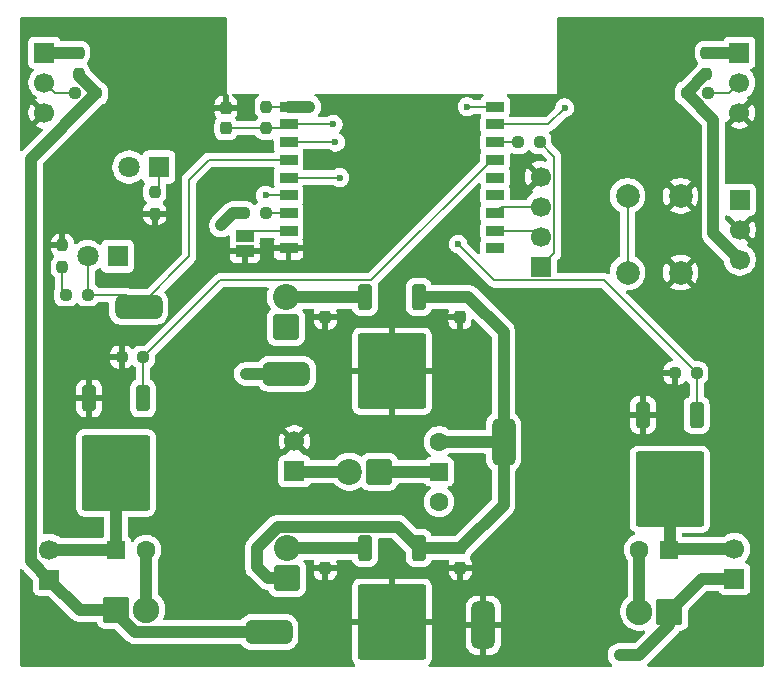
<source format=gbr>
%TF.GenerationSoftware,KiCad,Pcbnew,9.0.4*%
%TF.CreationDate,2025-09-10T21:21:39+09:00*%
%TF.ProjectId,ltr,6c74722e-6b69-4636-9164-5f7063625858,rev?*%
%TF.SameCoordinates,Original*%
%TF.FileFunction,Copper,L1,Top*%
%TF.FilePolarity,Positive*%
%FSLAX46Y46*%
G04 Gerber Fmt 4.6, Leading zero omitted, Abs format (unit mm)*
G04 Created by KiCad (PCBNEW 9.0.4) date 2025-09-10 21:21:39*
%MOMM*%
%LPD*%
G01*
G04 APERTURE LIST*
G04 Aperture macros list*
%AMRoundRect*
0 Rectangle with rounded corners*
0 $1 Rounding radius*
0 $2 $3 $4 $5 $6 $7 $8 $9 X,Y pos of 4 corners*
0 Add a 4 corners polygon primitive as box body*
4,1,4,$2,$3,$4,$5,$6,$7,$8,$9,$2,$3,0*
0 Add four circle primitives for the rounded corners*
1,1,$1+$1,$2,$3*
1,1,$1+$1,$4,$5*
1,1,$1+$1,$6,$7*
1,1,$1+$1,$8,$9*
0 Add four rect primitives between the rounded corners*
20,1,$1+$1,$2,$3,$4,$5,0*
20,1,$1+$1,$4,$5,$6,$7,0*
20,1,$1+$1,$6,$7,$8,$9,0*
20,1,$1+$1,$8,$9,$2,$3,0*%
G04 Aperture macros list end*
%TA.AperFunction,SMDPad,CuDef*%
%ADD10RoundRect,0.237500X-0.237500X0.300000X-0.237500X-0.300000X0.237500X-0.300000X0.237500X0.300000X0*%
%TD*%
%TA.AperFunction,ComponentPad*%
%ADD11RoundRect,0.249999X0.850001X-0.850001X0.850001X0.850001X-0.850001X0.850001X-0.850001X-0.850001X0*%
%TD*%
%TA.AperFunction,ComponentPad*%
%ADD12C,2.200000*%
%TD*%
%TA.AperFunction,SMDPad,CuDef*%
%ADD13RoundRect,0.237500X-0.237500X0.250000X-0.237500X-0.250000X0.237500X-0.250000X0.237500X0.250000X0*%
%TD*%
%TA.AperFunction,SMDPad,CuDef*%
%ADD14RoundRect,0.237500X-0.250000X-0.237500X0.250000X-0.237500X0.250000X0.237500X-0.250000X0.237500X0*%
%TD*%
%TA.AperFunction,SMDPad,CuDef*%
%ADD15RoundRect,0.500000X-1.500000X0.500000X-1.500000X-0.500000X1.500000X-0.500000X1.500000X0.500000X0*%
%TD*%
%TA.AperFunction,ComponentPad*%
%ADD16R,1.700000X1.700000*%
%TD*%
%TA.AperFunction,ComponentPad*%
%ADD17C,1.700000*%
%TD*%
%TA.AperFunction,ComponentPad*%
%ADD18R,1.800000X1.800000*%
%TD*%
%TA.AperFunction,ComponentPad*%
%ADD19C,1.800000*%
%TD*%
%TA.AperFunction,SMDPad,CuDef*%
%ADD20RoundRect,0.237500X0.250000X0.237500X-0.250000X0.237500X-0.250000X-0.237500X0.250000X-0.237500X0*%
%TD*%
%TA.AperFunction,SMDPad,CuDef*%
%ADD21RoundRect,0.250000X-0.350000X0.850000X-0.350000X-0.850000X0.350000X-0.850000X0.350000X0.850000X0*%
%TD*%
%TA.AperFunction,SMDPad,CuDef*%
%ADD22RoundRect,0.249997X-2.650003X2.950003X-2.650003X-2.950003X2.650003X-2.950003X2.650003X2.950003X0*%
%TD*%
%TA.AperFunction,SMDPad,CuDef*%
%ADD23R,1.500000X0.900000*%
%TD*%
%TA.AperFunction,HeatsinkPad*%
%ADD24C,0.600000*%
%TD*%
%TA.AperFunction,HeatsinkPad*%
%ADD25R,2.900000X2.900000*%
%TD*%
%TA.AperFunction,SMDPad,CuDef*%
%ADD26RoundRect,0.237500X0.237500X-0.250000X0.237500X0.250000X-0.237500X0.250000X-0.237500X-0.250000X0*%
%TD*%
%TA.AperFunction,ComponentPad*%
%ADD27RoundRect,0.250000X-0.870000X-0.870000X0.870000X-0.870000X0.870000X0.870000X-0.870000X0.870000X0*%
%TD*%
%TA.AperFunction,ComponentPad*%
%ADD28C,2.240000*%
%TD*%
%TA.AperFunction,ComponentPad*%
%ADD29R,1.500000X1.500000*%
%TD*%
%TA.AperFunction,ComponentPad*%
%ADD30C,1.600000*%
%TD*%
%TA.AperFunction,SMDPad,CuDef*%
%ADD31RoundRect,0.500000X-0.500000X-1.500000X0.500000X-1.500000X0.500000X1.500000X-0.500000X1.500000X0*%
%TD*%
%TA.AperFunction,ComponentPad*%
%ADD32RoundRect,0.249999X0.850001X0.850001X-0.850001X0.850001X-0.850001X-0.850001X0.850001X-0.850001X0*%
%TD*%
%TA.AperFunction,ComponentPad*%
%ADD33RoundRect,0.250000X0.550000X0.550000X-0.550000X0.550000X-0.550000X-0.550000X0.550000X-0.550000X0*%
%TD*%
%TA.AperFunction,ComponentPad*%
%ADD34RoundRect,0.250000X0.870000X0.870000X-0.870000X0.870000X-0.870000X-0.870000X0.870000X-0.870000X0*%
%TD*%
%TA.AperFunction,SMDPad,CuDef*%
%ADD35R,1.500000X1.000000*%
%TD*%
%TA.AperFunction,ComponentPad*%
%ADD36RoundRect,0.250000X-0.550000X-0.550000X0.550000X-0.550000X0.550000X0.550000X-0.550000X0.550000X0*%
%TD*%
%TA.AperFunction,ComponentPad*%
%ADD37C,2.000000*%
%TD*%
%TA.AperFunction,SMDPad,CuDef*%
%ADD38RoundRect,0.237500X0.237500X-0.300000X0.237500X0.300000X-0.237500X0.300000X-0.237500X-0.300000X0*%
%TD*%
%TA.AperFunction,ViaPad*%
%ADD39C,0.600000*%
%TD*%
%TA.AperFunction,Conductor*%
%ADD40C,1.000000*%
%TD*%
%TA.AperFunction,Conductor*%
%ADD41C,0.200000*%
%TD*%
G04 APERTURE END LIST*
D10*
%TO.P,C1,1*%
%TO.N,+9V*%
X37800000Y-45450000D03*
%TO.P,C1,2*%
%TO.N,GND*%
X37800000Y-47175000D03*
%TD*%
D11*
%TO.P,D7,1,K*%
%TO.N,+9V*%
X23100000Y-47990000D03*
D12*
%TO.P,D7,2,A*%
%TO.N,+5V*%
X23100000Y-45450000D03*
%TD*%
D10*
%TO.P,C2,1*%
%TO.N,+5V*%
X26350000Y-45450000D03*
%TO.P,C2,2*%
%TO.N,GND*%
X26350000Y-47175000D03*
%TD*%
D13*
%TO.P,R7,1*%
%TO.N,+3V3*%
X21350000Y-8100000D03*
%TO.P,R7,2*%
%TO.N,EN*%
X21350000Y-9925000D03*
%TD*%
D14*
%TO.P,R4,1*%
%TO.N,+5V*%
X56950000Y-6950000D03*
%TO.P,R4,2*%
%TO.N,IO1*%
X58775000Y-6950000D03*
%TD*%
D15*
%TO.P,J12,1,Pin_1*%
%TO.N,+3V3*%
X23050000Y-30725000D03*
%TD*%
D16*
%TO.P,J3,1,Pin_1*%
%TO.N,+5V*%
X3000000Y-48140000D03*
D17*
%TO.P,J3,2,Pin_2*%
%TO.N,Net-(D2-K)*%
X3000000Y-45600000D03*
%TD*%
D15*
%TO.P,J10,1,Pin_1*%
%TO.N,IO5*%
X10550000Y-25050000D03*
%TD*%
D18*
%TO.P,Q3,1,C*%
%TO.N,+3V3*%
X8770000Y-20755000D03*
D19*
%TO.P,Q3,2,E*%
%TO.N,IO5*%
X6230000Y-20755000D03*
%TD*%
D13*
%TO.P,R10,1*%
%TO.N,Net-(D8-K)*%
X11925000Y-15325000D03*
%TO.P,R10,2*%
%TO.N,GND*%
X11925000Y-17150000D03*
%TD*%
D16*
%TO.P,J1,1,Pin_1*%
%TO.N,Vin_left*%
X2575000Y-3525000D03*
D17*
%TO.P,J1,2,Pin_2*%
%TO.N,IO0*%
X2575000Y-6065000D03*
%TO.P,J1,3,Pin_3*%
%TO.N,GND*%
X2575000Y-8605000D03*
%TD*%
D20*
%TO.P,R8,1*%
%TO.N,IO5*%
X6230000Y-24030000D03*
%TO.P,R8,2*%
%TO.N,Net-(R8-Pad2)*%
X4405000Y-24030000D03*
%TD*%
D21*
%TO.P,Q2,1,G*%
%TO.N,IO4*%
X57800000Y-34200000D03*
D22*
%TO.P,Q2,2,D*%
%TO.N,Net-(D4-K)*%
X55520000Y-40500000D03*
D21*
%TO.P,Q2,3,S*%
%TO.N,GND*%
X53240000Y-34200000D03*
%TD*%
D23*
%TO.P,U2,1,3V3*%
%TO.N,+3V3*%
X23250000Y-8100000D03*
%TO.P,U2,2,EN*%
%TO.N,EN*%
X23250000Y-9600000D03*
%TO.P,U2,3,IO4*%
%TO.N,IO4*%
X23250000Y-11100000D03*
%TO.P,U2,4,IO5*%
%TO.N,IO5*%
X23250000Y-12600000D03*
%TO.P,U2,5,IO6*%
%TO.N,IO6*%
X23250000Y-14100000D03*
%TO.P,U2,6,IO7*%
%TO.N,IO7*%
X23250000Y-15600000D03*
%TO.P,U2,7,IO8*%
%TO.N,IO8*%
X23250000Y-17100000D03*
%TO.P,U2,8,IO9*%
%TO.N,IO9*%
X23250000Y-18600000D03*
%TO.P,U2,9,GND*%
%TO.N,GND*%
X23250000Y-20100000D03*
%TO.P,U2,10,IO10*%
%TO.N,unconnected-(U2-IO10-Pad10)*%
X40750000Y-20100000D03*
%TO.P,U2,11,IO20/RXD*%
%TO.N,IO20{slash}RXD*%
X40750000Y-18600000D03*
%TO.P,U2,12,IO21/TXD*%
%TO.N,IO21{slash}TXD*%
X40750000Y-17100000D03*
%TO.P,U2,13,IO18*%
%TO.N,unconnected-(U2-IO18-Pad13)*%
X40750000Y-15600000D03*
%TO.P,U2,14,IO19*%
%TO.N,unconnected-(U2-IO19-Pad14)*%
X40750000Y-14100000D03*
%TO.P,U2,15,IO3*%
%TO.N,IO3*%
X40750000Y-12600000D03*
%TO.P,U2,16,IO2*%
%TO.N,IO2*%
X40750000Y-11100000D03*
%TO.P,U2,17,IO1*%
%TO.N,IO1*%
X40750000Y-9600000D03*
%TO.P,U2,18,IO0*%
%TO.N,IO0*%
X40750000Y-8100000D03*
D24*
%TO.P,U2,19,GND*%
%TO.N,GND*%
X31860000Y-13750000D03*
X31860000Y-14850000D03*
X32410000Y-13200000D03*
X32410000Y-14300000D03*
X32410000Y-15400000D03*
X32960000Y-13750000D03*
D25*
X32960000Y-14300000D03*
D24*
X32960000Y-14850000D03*
X33510000Y-13200000D03*
X33510000Y-14300000D03*
X33510000Y-15400000D03*
X34060000Y-13750000D03*
X34060000Y-14850000D03*
%TD*%
D16*
%TO.P,J4,1,Pin_1*%
%TO.N,+5V*%
X61000000Y-48090000D03*
D17*
%TO.P,J4,2,Pin_2*%
%TO.N,Net-(D4-K)*%
X61000000Y-45550000D03*
%TD*%
D21*
%TO.P,U1,1,VI*%
%TO.N,+9V*%
X34280000Y-45450000D03*
D22*
%TO.P,U1,2,GND*%
%TO.N,GND*%
X32000000Y-51750000D03*
D21*
%TO.P,U1,3,VO*%
%TO.N,+5V*%
X29720000Y-45450000D03*
%TD*%
D26*
%TO.P,R9,1*%
%TO.N,Net-(R8-Pad2)*%
X4105000Y-21667500D03*
%TO.P,R9,2*%
%TO.N,GND*%
X4105000Y-19842500D03*
%TD*%
D27*
%TO.P,D1,1,K*%
%TO.N,+5V*%
X8660000Y-50700000D03*
D28*
%TO.P,D1,2,A*%
%TO.N,Net-(D1-A)*%
X11200000Y-50700000D03*
%TD*%
D20*
%TO.P,R11,1*%
%TO.N,IO3*%
X10950000Y-29300000D03*
%TO.P,R11,2*%
%TO.N,GND*%
X9125000Y-29300000D03*
%TD*%
D29*
%TO.P,SW1,1,A*%
%TO.N,Net-(D5-K)*%
X36000000Y-39000000D03*
D30*
%TO.P,SW1,2,B*%
%TO.N,+9V*%
X36000000Y-36460000D03*
%TO.P,SW1,3,C*%
%TO.N,unconnected-(SW1-C-Pad3)*%
X36000000Y-41540000D03*
%TD*%
D16*
%TO.P,J11,1,Pin_1*%
%TO.N,IO6*%
X61450000Y-15975000D03*
D17*
%TO.P,J11,2,Pin_2*%
%TO.N,GND*%
X61450000Y-18515000D03*
%TO.P,J11,3,Pin_3*%
%TO.N,+5V*%
X61450000Y-21055000D03*
%TD*%
D20*
%TO.P,R2,1*%
%TO.N,+5V*%
X6975000Y-6975000D03*
%TO.P,R2,2*%
%TO.N,IO0*%
X5150000Y-6975000D03*
%TD*%
D10*
%TO.P,C4,1*%
%TO.N,+9V*%
X37760000Y-24210000D03*
%TO.P,C4,2*%
%TO.N,GND*%
X37760000Y-25935000D03*
%TD*%
D31*
%TO.P,J7,1,Pin_1*%
%TO.N,GND*%
X39750000Y-52000000D03*
%TD*%
D21*
%TO.P,U3,1,VI*%
%TO.N,+9V*%
X34280000Y-24200000D03*
D22*
%TO.P,U3,2,GND*%
%TO.N,GND*%
X32000000Y-30500000D03*
D21*
%TO.P,U3,3,VO*%
%TO.N,+3V3*%
X29720000Y-24200000D03*
%TD*%
D32*
%TO.P,D5,1,K*%
%TO.N,Net-(D5-K)*%
X30930000Y-39000000D03*
D12*
%TO.P,D5,2,A*%
%TO.N,Net-(D5-A)*%
X28390000Y-39000000D03*
%TD*%
D33*
%TO.P,D4,1,K*%
%TO.N,Net-(D4-K)*%
X55500000Y-45600000D03*
D30*
%TO.P,D4,2,A*%
%TO.N,Net-(D3-A)*%
X52960000Y-45600000D03*
%TD*%
D15*
%TO.P,J9,1,Pin_1*%
%TO.N,+5V*%
X21575000Y-52575000D03*
%TD*%
D34*
%TO.P,D3,1,K*%
%TO.N,+5V*%
X55490000Y-50850000D03*
D28*
%TO.P,D3,2,A*%
%TO.N,Net-(D3-A)*%
X52950000Y-50850000D03*
%TD*%
D35*
%TO.P,JP1,1,A*%
%TO.N,GND*%
X19550000Y-20350000D03*
%TO.P,JP1,2,B*%
%TO.N,IO9*%
X19550000Y-19050000D03*
%TD*%
D26*
%TO.P,R3,1*%
%TO.N,+5V*%
X58625000Y-5350000D03*
%TO.P,R3,2*%
%TO.N,Vin_right*%
X58625000Y-3525000D03*
%TD*%
D14*
%TO.P,R6,1*%
%TO.N,+3V3*%
X19475000Y-17100000D03*
%TO.P,R6,2*%
%TO.N,IO8*%
X21300000Y-17100000D03*
%TD*%
D10*
%TO.P,C5,1*%
%TO.N,+3V3*%
X26360000Y-24210000D03*
%TO.P,C5,2*%
%TO.N,GND*%
X26360000Y-25935000D03*
%TD*%
D36*
%TO.P,D2,1,K*%
%TO.N,Net-(D2-K)*%
X8650000Y-45650000D03*
D30*
%TO.P,D2,2,A*%
%TO.N,Net-(D1-A)*%
X11190000Y-45650000D03*
%TD*%
D26*
%TO.P,R1,1*%
%TO.N,+5V*%
X5475000Y-5350000D03*
%TO.P,R1,2*%
%TO.N,Vin_left*%
X5475000Y-3525000D03*
%TD*%
D18*
%TO.P,D8,1,K*%
%TO.N,Net-(D8-K)*%
X12275000Y-13205000D03*
D19*
%TO.P,D8,2,A*%
%TO.N,IO7*%
X9735000Y-13205000D03*
%TD*%
D37*
%TO.P,SW2,1,1*%
%TO.N,EN*%
X51950000Y-22150000D03*
X51950000Y-15650000D03*
%TO.P,SW2,2,2*%
%TO.N,GND*%
X56450000Y-22150000D03*
X56450000Y-15650000D03*
%TD*%
D16*
%TO.P,J5,1,Pin_1*%
%TO.N,Net-(D5-A)*%
X23750000Y-38975000D03*
D17*
%TO.P,J5,2,Pin_2*%
%TO.N,GND*%
X23750000Y-36435000D03*
%TD*%
D31*
%TO.P,J8,1,Pin_1*%
%TO.N,+9V*%
X41450000Y-36475000D03*
%TD*%
D20*
%TO.P,R12,1*%
%TO.N,IO4*%
X57800000Y-30650000D03*
%TO.P,R12,2*%
%TO.N,GND*%
X55975000Y-30650000D03*
%TD*%
D11*
%TO.P,D6,1,K*%
%TO.N,+9V*%
X23025000Y-26765000D03*
D12*
%TO.P,D6,2,A*%
%TO.N,+3V3*%
X23025000Y-24225000D03*
%TD*%
D21*
%TO.P,Q1,1,G*%
%TO.N,IO3*%
X10930000Y-32800000D03*
D22*
%TO.P,Q1,2,D*%
%TO.N,Net-(D2-K)*%
X8650000Y-39100000D03*
D21*
%TO.P,Q1,3,S*%
%TO.N,GND*%
X6370000Y-32800000D03*
%TD*%
D16*
%TO.P,J6,1,Pin_1*%
%TO.N,+3V3*%
X44600000Y-21660000D03*
D17*
%TO.P,J6,2,Pin_2*%
%TO.N,IO20{slash}RXD*%
X44600000Y-19120000D03*
%TO.P,J6,3,Pin_3*%
%TO.N,IO21{slash}TXD*%
X44600000Y-16580000D03*
%TO.P,J6,4,Pin_4*%
%TO.N,GND*%
X44600000Y-14040000D03*
%TD*%
D38*
%TO.P,C3,1*%
%TO.N,EN*%
X17950000Y-9925000D03*
%TO.P,C3,2*%
%TO.N,GND*%
X17950000Y-8200000D03*
%TD*%
D20*
%TO.P,R5,1*%
%TO.N,+3V3*%
X44525000Y-11100000D03*
%TO.P,R5,2*%
%TO.N,IO2*%
X42700000Y-11100000D03*
%TD*%
D16*
%TO.P,J2,1,Pin_1*%
%TO.N,Vin_right*%
X61425000Y-3525000D03*
D17*
%TO.P,J2,2,Pin_2*%
%TO.N,IO1*%
X61425000Y-6065000D03*
%TO.P,J2,3,Pin_3*%
%TO.N,GND*%
X61425000Y-8605000D03*
%TD*%
D39*
%TO.N,+5V*%
X51275000Y-54525000D03*
X18925000Y-52575000D03*
%TO.N,+9V*%
X41450000Y-27175000D03*
%TO.N,EN*%
X27025000Y-9600000D03*
%TO.N,GND*%
X62975000Y-12700000D03*
X43900000Y-48725000D03*
X47900000Y-43525000D03*
X37775000Y-49650000D03*
X37725000Y-52850000D03*
X16250000Y-9125000D03*
X47950000Y-48975000D03*
X47975000Y-51450000D03*
X7225000Y-15275000D03*
X32000000Y-51750000D03*
X43900000Y-46075000D03*
X37825000Y-28175000D03*
X31875000Y-24175000D03*
X43900000Y-51425000D03*
X15800000Y-17075000D03*
X4350000Y-15250000D03*
X26350000Y-52825000D03*
X19100000Y-21775000D03*
X47950000Y-46075000D03*
X37775000Y-32125000D03*
X26250000Y-32975000D03*
X32000000Y-30500000D03*
X8700000Y-32825000D03*
X875000Y-10850000D03*
X55525000Y-34275000D03*
X26400000Y-49600000D03*
X32025000Y-45725000D03*
X50425000Y-11275000D03*
X26200000Y-28550000D03*
X53800000Y-11300000D03*
X43950000Y-43525000D03*
X56800000Y-11300000D03*
X15100000Y-23150000D03*
%TO.N,+3V3*%
X19625000Y-30725000D03*
X25000000Y-8100000D03*
X17525000Y-18150000D03*
%TO.N,IO7*%
X21300000Y-15600000D03*
%TO.N,IO0*%
X38375000Y-8100000D03*
%TO.N,IO1*%
X46625000Y-8200000D03*
%TO.N,IO6*%
X27600000Y-14100000D03*
%TO.N,IO4*%
X37600000Y-19725000D03*
X27225000Y-11100000D03*
%TD*%
D40*
%TO.N,Net-(D1-A)*%
X11200000Y-45660000D02*
X11190000Y-45650000D01*
X11200000Y-50700000D02*
X11200000Y-45660000D01*
%TO.N,+5V*%
X5475000Y-5475000D02*
X6975000Y-6975000D01*
X58550000Y-5350000D02*
X56950000Y-6950000D01*
X58625000Y-5350000D02*
X58550000Y-5350000D01*
X5475000Y-5350000D02*
X5475000Y-5475000D01*
X10225000Y-52575000D02*
X18925000Y-52575000D01*
X58250000Y-48090000D02*
X55490000Y-50850000D01*
X59225000Y-18830000D02*
X61450000Y-21055000D01*
X55490000Y-51970000D02*
X52935000Y-54525000D01*
X61000000Y-48090000D02*
X58250000Y-48090000D01*
X55490000Y-50850000D02*
X55490000Y-51970000D01*
X52935000Y-54525000D02*
X51275000Y-54525000D01*
X1449000Y-12501000D02*
X1449000Y-46589000D01*
X5560000Y-50700000D02*
X3000000Y-48140000D01*
X59225000Y-9225000D02*
X59225000Y-18830000D01*
X56950000Y-6950000D02*
X59225000Y-9225000D01*
X8660000Y-51010000D02*
X10225000Y-52575000D01*
X6975000Y-6975000D02*
X1449000Y-12501000D01*
X29720000Y-45450000D02*
X26350000Y-45450000D01*
X1449000Y-46589000D02*
X3000000Y-48140000D01*
X18925000Y-52575000D02*
X21575000Y-52575000D01*
X26350000Y-45450000D02*
X23100000Y-45450000D01*
X8660000Y-50700000D02*
X5560000Y-50700000D01*
X8660000Y-50700000D02*
X8660000Y-51010000D01*
%TO.N,Net-(D2-K)*%
X8600000Y-45600000D02*
X8650000Y-45650000D01*
X8650000Y-39100000D02*
X8650000Y-45650000D01*
X3000000Y-45600000D02*
X8600000Y-45600000D01*
%TO.N,Vin_left*%
X2575000Y-3525000D02*
X5475000Y-3525000D01*
%TO.N,Vin_right*%
X58625000Y-3525000D02*
X61425000Y-3525000D01*
%TO.N,+9V*%
X37760000Y-24210000D02*
X38485000Y-24210000D01*
X22354001Y-43649000D02*
X20575000Y-45428001D01*
X36000000Y-36460000D02*
X41435000Y-36460000D01*
X20575000Y-45428001D02*
X20575000Y-47075000D01*
X37760000Y-24210000D02*
X34290000Y-24210000D01*
X20575000Y-47075000D02*
X21490000Y-47990000D01*
X34280000Y-45450000D02*
X37800000Y-45450000D01*
X38485000Y-24210000D02*
X41450000Y-27175000D01*
X41450000Y-36475000D02*
X41450000Y-41800000D01*
X34290000Y-24210000D02*
X34280000Y-24200000D01*
X41450000Y-41800000D02*
X37800000Y-45450000D01*
X41435000Y-36460000D02*
X41450000Y-36475000D01*
X34280000Y-45450000D02*
X32479000Y-43649000D01*
X32479000Y-43649000D02*
X22354001Y-43649000D01*
X21490000Y-47990000D02*
X23100000Y-47990000D01*
X41450000Y-27175000D02*
X41450000Y-36475000D01*
D41*
%TO.N,EN*%
X21350000Y-9925000D02*
X22925000Y-9925000D01*
X51950000Y-15650000D02*
X51950000Y-22150000D01*
X17950000Y-9925000D02*
X21350000Y-9925000D01*
X22925000Y-9925000D02*
X23250000Y-9600000D01*
X23250000Y-9600000D02*
X27025000Y-9600000D01*
%TO.N,GND*%
X17950000Y-8200000D02*
X17175000Y-8200000D01*
X17175000Y-8200000D02*
X16250000Y-9125000D01*
D40*
%TO.N,Net-(D3-A)*%
X52950000Y-50850000D02*
X52950000Y-45610000D01*
X52950000Y-45610000D02*
X52960000Y-45600000D01*
%TO.N,Net-(D4-K)*%
X61000000Y-45550000D02*
X55550000Y-45550000D01*
X55520000Y-45580000D02*
X55500000Y-45600000D01*
X55520000Y-40500000D02*
X55520000Y-45580000D01*
X55550000Y-45550000D02*
X55500000Y-45600000D01*
%TO.N,Net-(D5-K)*%
X36000000Y-39000000D02*
X30930000Y-39000000D01*
%TO.N,Net-(D5-A)*%
X23775000Y-39000000D02*
X23750000Y-38975000D01*
X28390000Y-39000000D02*
X23775000Y-39000000D01*
%TO.N,+3V3*%
X25000000Y-8100000D02*
X23250000Y-8100000D01*
D41*
X45751000Y-12326000D02*
X45751000Y-20509000D01*
D40*
X26360000Y-24210000D02*
X23040000Y-24210000D01*
X18575000Y-17100000D02*
X19475000Y-17100000D01*
X23050000Y-30725000D02*
X19625000Y-30725000D01*
X23025000Y-30700000D02*
X23050000Y-30725000D01*
D41*
X44525000Y-11100000D02*
X45751000Y-12326000D01*
D40*
X29720000Y-24200000D02*
X26370000Y-24200000D01*
D41*
X45751000Y-20509000D02*
X44600000Y-21660000D01*
D40*
X23040000Y-24210000D02*
X23025000Y-24225000D01*
X26345000Y-24225000D02*
X26360000Y-24210000D01*
X17525000Y-18150000D02*
X18575000Y-17100000D01*
X26370000Y-24200000D02*
X26360000Y-24210000D01*
D41*
X21350000Y-8100000D02*
X23250000Y-8100000D01*
%TO.N,IO7*%
X21300000Y-15600000D02*
X23250000Y-15600000D01*
%TO.N,Net-(D8-K)*%
X12275000Y-14975000D02*
X11925000Y-15325000D01*
X12275000Y-13205000D02*
X12275000Y-14975000D01*
%TO.N,IO0*%
X2575000Y-6065000D02*
X3485000Y-6975000D01*
X38375000Y-8100000D02*
X40750000Y-8100000D01*
X3485000Y-6975000D02*
X5150000Y-6975000D01*
%TO.N,IO1*%
X61425000Y-6065000D02*
X60540000Y-6950000D01*
X46625000Y-8200000D02*
X45225000Y-9600000D01*
X60540000Y-6950000D02*
X58775000Y-6950000D01*
X45225000Y-9600000D02*
X40750000Y-9600000D01*
%TO.N,IO20{slash}RXD*%
X40750000Y-18600000D02*
X44080000Y-18600000D01*
X44080000Y-18600000D02*
X44600000Y-19120000D01*
%TO.N,IO21{slash}TXD*%
X41270000Y-16580000D02*
X40750000Y-17100000D01*
X44600000Y-16580000D02*
X41270000Y-16580000D01*
%TO.N,IO5*%
X9530000Y-24030000D02*
X10550000Y-25050000D01*
X16500000Y-12600000D02*
X23250000Y-12600000D01*
X14825000Y-14275000D02*
X16500000Y-12600000D01*
X6230000Y-24030000D02*
X6230000Y-20755000D01*
X10550000Y-25050000D02*
X14850000Y-20750000D01*
X14850000Y-20750000D02*
X14850000Y-14300000D01*
X14850000Y-14300000D02*
X14825000Y-14275000D01*
X6230000Y-24030000D02*
X9530000Y-24030000D01*
%TO.N,IO6*%
X27600000Y-14100000D02*
X23250000Y-14100000D01*
%TO.N,IO9*%
X23250000Y-18600000D02*
X20000000Y-18600000D01*
X20000000Y-18600000D02*
X19550000Y-19050000D01*
%TO.N,IO3*%
X40450000Y-12600000D02*
X40750000Y-12600000D01*
X10930000Y-32800000D02*
X10930000Y-29320000D01*
X17451000Y-22799000D02*
X30251000Y-22799000D01*
X10950000Y-29300000D02*
X17451000Y-22799000D01*
X10930000Y-29320000D02*
X10950000Y-29300000D01*
X30251000Y-22799000D02*
X40450000Y-12600000D01*
%TO.N,IO4*%
X40686000Y-22811000D02*
X37600000Y-19725000D01*
X57800000Y-34200000D02*
X57800000Y-30650000D01*
X27225000Y-11100000D02*
X23250000Y-11100000D01*
X57800000Y-30650000D02*
X49961000Y-22811000D01*
X49961000Y-22811000D02*
X40686000Y-22811000D01*
%TO.N,IO2*%
X42700000Y-11100000D02*
X40750000Y-11100000D01*
%TO.N,IO8*%
X21300000Y-17100000D02*
X23250000Y-17100000D01*
%TO.N,Net-(R8-Pad2)*%
X4105000Y-23730000D02*
X4405000Y-24030000D01*
X4105000Y-21667500D02*
X4105000Y-23730000D01*
%TD*%
%TA.AperFunction,Conductor*%
%TO.N,GND*%
G36*
X60392828Y-17281909D02*
G01*
X60492517Y-17319091D01*
X60552127Y-17325500D01*
X60562685Y-17325499D01*
X60629723Y-17345179D01*
X60650372Y-17361818D01*
X61320591Y-18032037D01*
X61257007Y-18049075D01*
X61142993Y-18114901D01*
X61049901Y-18207993D01*
X60984075Y-18322007D01*
X60967037Y-18385591D01*
X60331910Y-17750464D01*
X60331853Y-17750473D01*
X60312098Y-17741451D01*
X60290849Y-17736987D01*
X60280946Y-17727225D01*
X60268297Y-17721448D01*
X60256557Y-17703180D01*
X60241093Y-17687935D01*
X60237267Y-17673163D01*
X60230523Y-17662670D01*
X60225500Y-17627735D01*
X60225500Y-17398093D01*
X60245185Y-17331054D01*
X60297989Y-17285299D01*
X60367147Y-17275355D01*
X60392828Y-17281909D01*
G37*
%TD.AperFunction*%
%TA.AperFunction,Conductor*%
G36*
X17943039Y-520185D02*
G01*
X17988794Y-572989D01*
X18000000Y-624500D01*
X18000000Y-7000000D01*
X18076000Y-7000000D01*
X18143039Y-7019685D01*
X18188794Y-7072489D01*
X18200000Y-7124000D01*
X18200000Y-7950000D01*
X18924999Y-7950000D01*
X18924999Y-7850860D01*
X18924998Y-7850845D01*
X18914680Y-7749847D01*
X18860453Y-7586199D01*
X18860448Y-7586188D01*
X18769947Y-7439465D01*
X18769944Y-7439461D01*
X18648038Y-7317555D01*
X18648034Y-7317552D01*
X18505342Y-7229538D01*
X18458617Y-7177590D01*
X18447396Y-7108628D01*
X18475239Y-7044546D01*
X18533308Y-7005690D01*
X18570439Y-7000000D01*
X20647547Y-7000000D01*
X20714586Y-7019685D01*
X20760341Y-7072489D01*
X20770285Y-7141647D01*
X20741260Y-7205203D01*
X20712645Y-7229537D01*
X20701055Y-7236687D01*
X20651648Y-7267161D01*
X20529661Y-7389148D01*
X20439093Y-7535981D01*
X20439091Y-7535986D01*
X20421249Y-7589830D01*
X20384826Y-7699747D01*
X20384826Y-7699748D01*
X20384825Y-7699748D01*
X20374500Y-7800815D01*
X20374500Y-8399169D01*
X20374501Y-8399187D01*
X20384825Y-8500252D01*
X20439092Y-8664015D01*
X20439093Y-8664018D01*
X20461608Y-8700520D01*
X20528759Y-8809390D01*
X20529661Y-8810851D01*
X20643629Y-8924819D01*
X20645878Y-8928938D01*
X20649822Y-8931484D01*
X20662466Y-8959316D01*
X20677114Y-8986142D01*
X20676779Y-8990822D01*
X20678721Y-8995097D01*
X20674310Y-9025347D01*
X20672130Y-9055834D01*
X20669129Y-9060879D01*
X20668640Y-9064236D01*
X20658273Y-9079134D01*
X20649499Y-9093889D01*
X20646674Y-9097135D01*
X20529660Y-9214150D01*
X20492600Y-9274232D01*
X20485940Y-9281889D01*
X20464714Y-9295470D01*
X20445980Y-9312321D01*
X20434191Y-9314999D01*
X20427087Y-9319546D01*
X20414299Y-9319520D01*
X20392389Y-9324500D01*
X18938452Y-9324500D01*
X18871413Y-9304815D01*
X18832914Y-9265597D01*
X18770342Y-9164153D01*
X18770339Y-9164149D01*
X18756017Y-9149827D01*
X18722532Y-9088504D01*
X18727516Y-9018812D01*
X18756021Y-8974460D01*
X18769947Y-8960535D01*
X18860448Y-8813811D01*
X18860453Y-8813800D01*
X18914680Y-8650152D01*
X18924999Y-8549154D01*
X18925000Y-8549141D01*
X18925000Y-8450000D01*
X16975001Y-8450000D01*
X16975001Y-8549154D01*
X16985319Y-8650152D01*
X17039546Y-8813800D01*
X17039551Y-8813811D01*
X17130052Y-8960534D01*
X17130055Y-8960538D01*
X17143982Y-8974465D01*
X17177467Y-9035788D01*
X17172483Y-9105480D01*
X17143984Y-9149825D01*
X17129661Y-9164148D01*
X17039093Y-9310981D01*
X17039091Y-9310986D01*
X17036263Y-9319520D01*
X16984826Y-9474747D01*
X16984826Y-9474748D01*
X16984825Y-9474748D01*
X16974500Y-9575815D01*
X16974500Y-10274169D01*
X16974501Y-10274187D01*
X16984825Y-10375252D01*
X16999266Y-10418831D01*
X17039092Y-10539016D01*
X17129660Y-10685850D01*
X17251650Y-10807840D01*
X17398484Y-10898408D01*
X17562247Y-10952674D01*
X17663323Y-10963000D01*
X18236676Y-10962999D01*
X18236684Y-10962998D01*
X18236687Y-10962998D01*
X18292030Y-10957344D01*
X18337753Y-10952674D01*
X18501516Y-10898408D01*
X18648350Y-10807840D01*
X18770340Y-10685850D01*
X18801181Y-10635849D01*
X18832914Y-10584403D01*
X18884862Y-10537678D01*
X18938452Y-10525500D01*
X20392389Y-10525500D01*
X20459428Y-10545185D01*
X20497928Y-10584404D01*
X20508864Y-10602135D01*
X20529660Y-10635850D01*
X20651650Y-10757840D01*
X20798484Y-10848408D01*
X20962247Y-10902674D01*
X21063323Y-10913000D01*
X21636676Y-10912999D01*
X21636684Y-10912998D01*
X21636687Y-10912998D01*
X21692030Y-10907344D01*
X21737753Y-10902674D01*
X21836498Y-10869952D01*
X21906323Y-10867551D01*
X21966366Y-10903282D01*
X21997559Y-10965802D01*
X21999500Y-10987659D01*
X21999500Y-11597870D01*
X21999501Y-11597876D01*
X22005908Y-11657483D01*
X22056809Y-11793956D01*
X22057276Y-11794457D01*
X22057538Y-11795911D01*
X22059303Y-11800641D01*
X22058451Y-11800958D01*
X22063115Y-11826759D01*
X22070095Y-11858853D01*
X22069427Y-11861678D01*
X22069705Y-11863212D01*
X22067096Y-11871550D01*
X22060989Y-11897413D01*
X22057413Y-11906053D01*
X22056204Y-11907669D01*
X22051261Y-11920921D01*
X22050437Y-11922913D01*
X22029841Y-11948488D01*
X22010171Y-11974766D01*
X22008040Y-11975560D01*
X22006615Y-11977331D01*
X21975479Y-11987705D01*
X21944707Y-11999184D01*
X21940592Y-11999330D01*
X21940328Y-11999419D01*
X21940057Y-11999350D01*
X21935859Y-11999500D01*
X16586670Y-11999500D01*
X16586654Y-11999499D01*
X16579058Y-11999499D01*
X16420943Y-11999499D01*
X16344579Y-12019961D01*
X16268214Y-12040423D01*
X16268209Y-12040426D01*
X16131290Y-12119475D01*
X16131282Y-12119481D01*
X14456284Y-13794481D01*
X14344483Y-13906281D01*
X14344481Y-13906284D01*
X14265423Y-14043214D01*
X14265423Y-14043215D01*
X14224499Y-14195943D01*
X14224499Y-14354057D01*
X14237563Y-14402812D01*
X14245275Y-14431592D01*
X14249500Y-14463686D01*
X14249500Y-20449902D01*
X14229815Y-20516941D01*
X14213181Y-20537583D01*
X11237583Y-23513181D01*
X11176260Y-23546666D01*
X11149902Y-23549500D01*
X9931976Y-23549500D01*
X9916488Y-23545350D01*
X9902742Y-23546005D01*
X9869976Y-23532887D01*
X9809922Y-23498215D01*
X9761785Y-23470423D01*
X9609057Y-23429499D01*
X9450943Y-23429499D01*
X9443347Y-23429499D01*
X9443331Y-23429500D01*
X7192401Y-23429500D01*
X7125362Y-23409815D01*
X7086862Y-23370596D01*
X7062840Y-23331650D01*
X6940849Y-23209659D01*
X6889402Y-23177926D01*
X6842678Y-23125978D01*
X6830500Y-23072388D01*
X6830500Y-22096835D01*
X6850185Y-22029796D01*
X6898206Y-21986350D01*
X6898547Y-21986175D01*
X6964022Y-21952815D01*
X7142365Y-21823242D01*
X7192536Y-21773070D01*
X7253857Y-21739586D01*
X7323548Y-21744570D01*
X7379482Y-21786441D01*
X7396398Y-21817419D01*
X7426202Y-21897328D01*
X7426206Y-21897335D01*
X7512452Y-22012544D01*
X7512455Y-22012547D01*
X7627664Y-22098793D01*
X7627671Y-22098797D01*
X7762517Y-22149091D01*
X7762516Y-22149091D01*
X7769444Y-22149835D01*
X7822127Y-22155500D01*
X9717872Y-22155499D01*
X9777483Y-22149091D01*
X9912331Y-22098796D01*
X10027546Y-22012546D01*
X10113796Y-21897331D01*
X10164091Y-21762483D01*
X10170500Y-21702873D01*
X10170499Y-19807128D01*
X10164091Y-19747517D01*
X10162267Y-19742627D01*
X10113797Y-19612671D01*
X10113793Y-19612664D01*
X10027547Y-19497455D01*
X10027544Y-19497452D01*
X9912335Y-19411206D01*
X9912328Y-19411202D01*
X9777482Y-19360908D01*
X9777483Y-19360908D01*
X9717883Y-19354501D01*
X9717881Y-19354500D01*
X9717873Y-19354500D01*
X9717864Y-19354500D01*
X7822129Y-19354500D01*
X7822123Y-19354501D01*
X7762516Y-19360908D01*
X7627671Y-19411202D01*
X7627664Y-19411206D01*
X7512455Y-19497452D01*
X7512452Y-19497455D01*
X7426206Y-19612664D01*
X7426203Y-19612669D01*
X7396398Y-19692581D01*
X7354526Y-19748514D01*
X7289062Y-19772931D01*
X7220789Y-19758079D01*
X7192535Y-19736928D01*
X7142363Y-19686756D01*
X7142358Y-19686752D01*
X6964025Y-19557187D01*
X6964024Y-19557186D01*
X6964022Y-19557185D01*
X6846791Y-19497452D01*
X6767606Y-19457104D01*
X6767603Y-19457103D01*
X6557952Y-19388985D01*
X6449086Y-19371742D01*
X6340222Y-19354500D01*
X6119778Y-19354500D01*
X6047201Y-19365995D01*
X5902047Y-19388985D01*
X5692396Y-19457103D01*
X5692393Y-19457104D01*
X5495974Y-19557187D01*
X5317641Y-19686752D01*
X5317636Y-19686756D01*
X5291680Y-19712713D01*
X5230357Y-19746198D01*
X5160665Y-19741214D01*
X5104732Y-19699342D01*
X5080315Y-19633878D01*
X5079999Y-19625032D01*
X5079999Y-19543360D01*
X5079998Y-19543345D01*
X5069680Y-19442347D01*
X5015453Y-19278699D01*
X5015448Y-19278688D01*
X4924947Y-19131965D01*
X4924944Y-19131961D01*
X4803038Y-19010055D01*
X4803034Y-19010052D01*
X4656311Y-18919551D01*
X4656300Y-18919546D01*
X4492652Y-18865319D01*
X4391654Y-18855000D01*
X4355000Y-18855000D01*
X4355000Y-19718500D01*
X4335315Y-19785539D01*
X4282511Y-19831294D01*
X4231000Y-19842500D01*
X4105000Y-19842500D01*
X4105000Y-19968500D01*
X4085315Y-20035539D01*
X4032511Y-20081294D01*
X3981000Y-20092500D01*
X3130001Y-20092500D01*
X3130001Y-20141654D01*
X3140319Y-20242652D01*
X3194546Y-20406300D01*
X3194551Y-20406311D01*
X3285052Y-20553034D01*
X3285055Y-20553038D01*
X3398982Y-20666965D01*
X3432467Y-20728288D01*
X3427483Y-20797980D01*
X3398983Y-20842327D01*
X3284659Y-20956651D01*
X3194093Y-21103481D01*
X3194091Y-21103486D01*
X3168522Y-21180649D01*
X3139826Y-21267247D01*
X3139826Y-21267248D01*
X3139825Y-21267248D01*
X3129500Y-21368315D01*
X3129500Y-21966669D01*
X3129501Y-21966687D01*
X3139825Y-22067752D01*
X3175093Y-22174181D01*
X3194092Y-22231516D01*
X3284660Y-22378350D01*
X3406650Y-22500340D01*
X3445597Y-22524362D01*
X3492320Y-22576307D01*
X3504500Y-22629900D01*
X3504500Y-23406178D01*
X3486039Y-23471275D01*
X3481593Y-23478481D01*
X3481591Y-23478486D01*
X3461174Y-23540102D01*
X3427326Y-23642247D01*
X3427326Y-23642248D01*
X3427325Y-23642248D01*
X3417000Y-23743315D01*
X3417000Y-24316669D01*
X3417001Y-24316687D01*
X3427325Y-24417752D01*
X3481592Y-24581515D01*
X3481593Y-24581518D01*
X3492860Y-24599785D01*
X3572160Y-24728350D01*
X3694150Y-24850340D01*
X3840984Y-24940908D01*
X4004747Y-24995174D01*
X4105823Y-25005500D01*
X4704176Y-25005499D01*
X4704184Y-25005498D01*
X4704187Y-25005498D01*
X4759530Y-24999844D01*
X4805253Y-24995174D01*
X4969016Y-24940908D01*
X5115850Y-24850340D01*
X5229819Y-24736371D01*
X5291142Y-24702886D01*
X5360834Y-24707870D01*
X5405181Y-24736371D01*
X5519150Y-24850340D01*
X5665984Y-24940908D01*
X5829747Y-24995174D01*
X5930823Y-25005500D01*
X6529176Y-25005499D01*
X6529184Y-25005498D01*
X6529187Y-25005498D01*
X6584530Y-24999844D01*
X6630253Y-24995174D01*
X6794016Y-24940908D01*
X6940850Y-24850340D01*
X7062840Y-24728350D01*
X7086862Y-24689404D01*
X7138810Y-24642679D01*
X7192401Y-24630500D01*
X7925500Y-24630500D01*
X7992539Y-24650185D01*
X8038294Y-24702989D01*
X8049500Y-24754500D01*
X8049500Y-25608028D01*
X8049501Y-25608034D01*
X8060113Y-25727415D01*
X8116089Y-25923045D01*
X8116090Y-25923048D01*
X8116091Y-25923049D01*
X8210302Y-26103407D01*
X8210304Y-26103409D01*
X8338890Y-26261109D01*
X8367153Y-26284154D01*
X8496593Y-26389698D01*
X8676951Y-26483909D01*
X8872582Y-26539886D01*
X8991963Y-26550500D01*
X12108036Y-26550499D01*
X12227418Y-26539886D01*
X12423049Y-26483909D01*
X12603407Y-26389698D01*
X12761109Y-26261109D01*
X12889698Y-26103407D01*
X12983909Y-25923049D01*
X13039886Y-25727418D01*
X13050500Y-25608037D01*
X13050499Y-24491964D01*
X13039886Y-24372582D01*
X12983909Y-24176951D01*
X12889698Y-23996593D01*
X12889695Y-23996590D01*
X12889694Y-23996587D01*
X12764188Y-23842665D01*
X12737079Y-23778269D01*
X12749089Y-23709439D01*
X12772606Y-23676627D01*
X15208506Y-21240728D01*
X15208511Y-21240724D01*
X15218714Y-21230520D01*
X15218716Y-21230520D01*
X15330520Y-21118716D01*
X15402644Y-20993793D01*
X15405110Y-20989522D01*
X15405111Y-20989521D01*
X15409576Y-20981787D01*
X15409576Y-20981786D01*
X15409577Y-20981785D01*
X15432069Y-20897844D01*
X18300000Y-20897844D01*
X18306401Y-20957372D01*
X18306403Y-20957379D01*
X18356645Y-21092086D01*
X18356649Y-21092093D01*
X18442809Y-21207187D01*
X18442812Y-21207190D01*
X18557906Y-21293350D01*
X18557913Y-21293354D01*
X18692620Y-21343596D01*
X18692627Y-21343598D01*
X18752155Y-21349999D01*
X18752172Y-21350000D01*
X19300000Y-21350000D01*
X19800000Y-21350000D01*
X20347828Y-21350000D01*
X20347844Y-21349999D01*
X20407372Y-21343598D01*
X20407379Y-21343596D01*
X20542086Y-21293354D01*
X20542093Y-21293350D01*
X20657187Y-21207190D01*
X20657190Y-21207187D01*
X20743350Y-21092093D01*
X20743354Y-21092086D01*
X20793596Y-20957379D01*
X20793598Y-20957372D01*
X20799999Y-20897844D01*
X20800000Y-20897827D01*
X20800000Y-20600000D01*
X19800000Y-20600000D01*
X19800000Y-21350000D01*
X19300000Y-21350000D01*
X19300000Y-20600000D01*
X18300000Y-20600000D01*
X18300000Y-20897844D01*
X15432069Y-20897844D01*
X15450500Y-20829058D01*
X15450500Y-20670943D01*
X15450500Y-20597844D01*
X22000000Y-20597844D01*
X22006401Y-20657372D01*
X22006403Y-20657379D01*
X22056645Y-20792086D01*
X22056649Y-20792093D01*
X22142809Y-20907187D01*
X22142812Y-20907190D01*
X22257906Y-20993350D01*
X22257913Y-20993354D01*
X22392620Y-21043596D01*
X22392627Y-21043598D01*
X22452155Y-21049999D01*
X22452172Y-21050000D01*
X23000000Y-21050000D01*
X23500000Y-21050000D01*
X24047828Y-21050000D01*
X24047844Y-21049999D01*
X24107372Y-21043598D01*
X24107379Y-21043596D01*
X24242086Y-20993354D01*
X24242093Y-20993350D01*
X24357187Y-20907190D01*
X24357190Y-20907187D01*
X24443350Y-20792093D01*
X24443354Y-20792086D01*
X24493596Y-20657379D01*
X24493598Y-20657372D01*
X24499999Y-20597844D01*
X24500000Y-20597827D01*
X24500000Y-20350000D01*
X23500000Y-20350000D01*
X23500000Y-21050000D01*
X23000000Y-21050000D01*
X23000000Y-20350000D01*
X22000000Y-20350000D01*
X22000000Y-20597844D01*
X15450500Y-20597844D01*
X15450500Y-14550097D01*
X15470185Y-14483058D01*
X15486819Y-14462416D01*
X16712417Y-13236819D01*
X16773740Y-13203334D01*
X16800098Y-13200500D01*
X21935859Y-13200500D01*
X21955059Y-13206137D01*
X21975058Y-13206859D01*
X21987898Y-13215780D01*
X22002898Y-13220185D01*
X22016000Y-13235305D01*
X22032437Y-13246726D01*
X22044960Y-13268727D01*
X22048653Y-13272989D01*
X22050436Y-13277086D01*
X22051266Y-13279092D01*
X22056204Y-13292331D01*
X22057413Y-13293946D01*
X22060988Y-13302585D01*
X22064029Y-13330965D01*
X22070094Y-13358859D01*
X22067840Y-13366532D01*
X22068433Y-13372057D01*
X22063083Y-13382734D01*
X22058311Y-13398989D01*
X22059303Y-13399359D01*
X22005908Y-13542517D01*
X22000835Y-13589707D01*
X21999501Y-13602123D01*
X21999500Y-13602135D01*
X21999500Y-14597870D01*
X21999501Y-14597876D01*
X22005908Y-14657483D01*
X22056809Y-14793956D01*
X22057276Y-14794457D01*
X22057538Y-14795911D01*
X22059303Y-14800641D01*
X22058451Y-14800958D01*
X22063115Y-14826759D01*
X22070095Y-14858853D01*
X22069427Y-14861678D01*
X22069705Y-14863212D01*
X22067096Y-14871550D01*
X22060989Y-14897413D01*
X22057413Y-14906053D01*
X22056204Y-14907669D01*
X22051261Y-14920921D01*
X22050437Y-14922913D01*
X22029841Y-14948488D01*
X22010171Y-14974766D01*
X22008040Y-14975560D01*
X22006615Y-14977331D01*
X21975479Y-14987705D01*
X21944707Y-14999184D01*
X21940592Y-14999330D01*
X21940328Y-14999419D01*
X21940057Y-14999350D01*
X21935859Y-14999500D01*
X21879766Y-14999500D01*
X21812727Y-14979815D01*
X21810875Y-14978602D01*
X21679185Y-14890609D01*
X21679172Y-14890602D01*
X21533501Y-14830264D01*
X21533489Y-14830261D01*
X21378845Y-14799500D01*
X21378842Y-14799500D01*
X21221158Y-14799500D01*
X21221155Y-14799500D01*
X21066510Y-14830261D01*
X21066498Y-14830264D01*
X20920827Y-14890602D01*
X20920814Y-14890609D01*
X20789711Y-14978210D01*
X20789707Y-14978213D01*
X20678213Y-15089707D01*
X20678210Y-15089711D01*
X20590609Y-15220814D01*
X20590602Y-15220827D01*
X20530264Y-15366498D01*
X20530261Y-15366510D01*
X20499500Y-15521153D01*
X20499500Y-15678846D01*
X20530261Y-15833489D01*
X20530264Y-15833501D01*
X20590602Y-15979172D01*
X20590609Y-15979185D01*
X20660916Y-16084406D01*
X20681794Y-16151084D01*
X20663310Y-16218464D01*
X20640576Y-16245636D01*
X20632331Y-16253025D01*
X20589150Y-16279660D01*
X20472778Y-16396031D01*
X20470262Y-16398287D01*
X20441658Y-16411933D01*
X20413858Y-16427114D01*
X20410364Y-16426864D01*
X20407202Y-16428373D01*
X20375768Y-16424390D01*
X20344166Y-16422130D01*
X20340785Y-16419957D01*
X20337887Y-16419590D01*
X20330213Y-16413162D01*
X20299819Y-16393629D01*
X20185851Y-16279661D01*
X20185850Y-16279660D01*
X20086636Y-16218464D01*
X20039018Y-16189093D01*
X20039013Y-16189091D01*
X20023218Y-16183857D01*
X19875253Y-16134826D01*
X19875251Y-16134825D01*
X19774184Y-16124500D01*
X19774177Y-16124500D01*
X19711434Y-16124500D01*
X19687243Y-16122117D01*
X19649551Y-16114619D01*
X19573543Y-16099500D01*
X19573541Y-16099500D01*
X18476459Y-16099500D01*
X18476458Y-16099500D01*
X18425906Y-16109555D01*
X18425893Y-16109558D01*
X18422220Y-16110289D01*
X18283164Y-16137949D01*
X18230950Y-16159577D01*
X18223157Y-16162804D01*
X18223149Y-16162807D01*
X18101092Y-16213364D01*
X18101079Y-16213371D01*
X17937219Y-16322859D01*
X17901226Y-16358853D01*
X17797861Y-16462218D01*
X16747863Y-17512215D01*
X16747860Y-17512219D01*
X16638372Y-17676079D01*
X16638367Y-17676089D01*
X16562949Y-17858163D01*
X16562947Y-17858171D01*
X16524500Y-18051455D01*
X16524500Y-18248544D01*
X16562947Y-18441828D01*
X16562949Y-18441836D01*
X16638367Y-18623910D01*
X16638372Y-18623920D01*
X16747860Y-18787780D01*
X16747863Y-18787784D01*
X16887215Y-18927136D01*
X16887219Y-18927139D01*
X17051079Y-19036627D01*
X17051083Y-19036629D01*
X17051086Y-19036631D01*
X17233164Y-19112051D01*
X17426455Y-19150499D01*
X17426458Y-19150500D01*
X17426460Y-19150500D01*
X17623542Y-19150500D01*
X17623543Y-19150499D01*
X17816836Y-19112051D01*
X17998914Y-19036631D01*
X18106611Y-18964670D01*
X18173286Y-18943793D01*
X18240666Y-18962277D01*
X18287357Y-19014256D01*
X18299500Y-19067773D01*
X18299500Y-19597870D01*
X18299501Y-19597876D01*
X18305909Y-19657487D01*
X18307692Y-19665031D01*
X18306438Y-19665327D01*
X18310856Y-19727069D01*
X18306864Y-19740664D01*
X18306401Y-19742624D01*
X18300000Y-19802155D01*
X18300000Y-20100000D01*
X20800000Y-20100000D01*
X20800000Y-19802172D01*
X20799999Y-19802155D01*
X20793598Y-19742627D01*
X20791814Y-19735076D01*
X20793459Y-19734687D01*
X20789143Y-19674361D01*
X20794058Y-19657619D01*
X20794091Y-19657481D01*
X20795234Y-19646849D01*
X20800500Y-19597873D01*
X20800500Y-19324500D01*
X20820185Y-19257461D01*
X20872989Y-19211706D01*
X20924500Y-19200500D01*
X21935859Y-19200500D01*
X21954925Y-19206098D01*
X21974788Y-19206769D01*
X21987764Y-19215741D01*
X22002898Y-19220185D01*
X22015910Y-19235201D01*
X22032258Y-19246505D01*
X22044904Y-19268662D01*
X22048653Y-19272989D01*
X22050327Y-19276823D01*
X22051215Y-19278956D01*
X22056204Y-19292331D01*
X22057516Y-19294084D01*
X22061167Y-19302849D01*
X22064288Y-19331361D01*
X22070382Y-19359382D01*
X22068178Y-19366885D01*
X22068772Y-19372304D01*
X22063450Y-19382986D01*
X22058687Y-19399206D01*
X22059746Y-19399601D01*
X22006403Y-19542620D01*
X22006401Y-19542627D01*
X22000000Y-19602155D01*
X22000000Y-19850000D01*
X24500000Y-19850000D01*
X24500000Y-19602172D01*
X24499999Y-19602155D01*
X24493598Y-19542627D01*
X24493597Y-19542623D01*
X24440253Y-19399602D01*
X24442067Y-19398925D01*
X24429616Y-19341674D01*
X24441570Y-19300966D01*
X24440696Y-19300640D01*
X24443794Y-19292333D01*
X24443796Y-19292331D01*
X24494091Y-19157483D01*
X24500500Y-19097873D01*
X24500499Y-18102128D01*
X24494091Y-18042517D01*
X24443796Y-17907669D01*
X24443794Y-17907666D01*
X24440696Y-17899360D01*
X24442426Y-17898714D01*
X24429902Y-17841163D01*
X24441691Y-17801011D01*
X24440696Y-17800640D01*
X24443794Y-17792333D01*
X24443796Y-17792331D01*
X24494091Y-17657483D01*
X24500500Y-17597873D01*
X24500499Y-16602128D01*
X24494091Y-16542517D01*
X24443796Y-16407669D01*
X24443794Y-16407666D01*
X24440696Y-16399360D01*
X24442426Y-16398714D01*
X24429902Y-16341163D01*
X24441691Y-16301011D01*
X24440696Y-16300640D01*
X24443794Y-16292333D01*
X24443796Y-16292331D01*
X24494091Y-16157483D01*
X24500500Y-16097873D01*
X24500499Y-15102128D01*
X24494091Y-15042517D01*
X24443796Y-14907669D01*
X24443792Y-14907664D01*
X24443186Y-14906038D01*
X24442719Y-14905536D01*
X24442455Y-14904076D01*
X24440696Y-14899360D01*
X24441545Y-14899043D01*
X24436884Y-14873248D01*
X24429902Y-14841163D01*
X24430572Y-14838322D01*
X24430294Y-14836780D01*
X24432912Y-14828413D01*
X24439013Y-14802580D01*
X24442585Y-14793947D01*
X24443796Y-14792331D01*
X24448730Y-14779101D01*
X24449567Y-14777080D01*
X24470151Y-14751520D01*
X24489829Y-14725234D01*
X24491963Y-14724437D01*
X24493392Y-14722664D01*
X24524536Y-14712288D01*
X24555293Y-14700816D01*
X24559413Y-14700668D01*
X24559680Y-14700580D01*
X24559952Y-14700649D01*
X24564141Y-14700500D01*
X27020234Y-14700500D01*
X27087273Y-14720185D01*
X27089125Y-14721398D01*
X27220814Y-14809390D01*
X27220827Y-14809397D01*
X27351607Y-14863567D01*
X27366503Y-14869737D01*
X27505639Y-14897413D01*
X27521153Y-14900499D01*
X27521156Y-14900500D01*
X27521158Y-14900500D01*
X27678844Y-14900500D01*
X27678845Y-14900499D01*
X27833497Y-14869737D01*
X27979179Y-14809394D01*
X28110289Y-14721789D01*
X28221789Y-14610289D01*
X28309394Y-14479179D01*
X28369737Y-14333497D01*
X28400500Y-14178842D01*
X28400500Y-14021158D01*
X28400500Y-14021155D01*
X28400499Y-14021153D01*
X28391154Y-13974174D01*
X28369737Y-13866503D01*
X28318418Y-13742606D01*
X28309397Y-13720827D01*
X28309390Y-13720814D01*
X28221789Y-13589711D01*
X28221786Y-13589707D01*
X28110292Y-13478213D01*
X28110288Y-13478210D01*
X27979185Y-13390609D01*
X27979172Y-13390602D01*
X27833501Y-13330264D01*
X27833489Y-13330261D01*
X27678845Y-13299500D01*
X27678842Y-13299500D01*
X27521158Y-13299500D01*
X27521155Y-13299500D01*
X27366510Y-13330261D01*
X27366498Y-13330264D01*
X27220827Y-13390602D01*
X27220814Y-13390609D01*
X27089125Y-13478602D01*
X27022447Y-13499480D01*
X27020234Y-13499500D01*
X24564141Y-13499500D01*
X24544943Y-13493862D01*
X24524949Y-13493143D01*
X24512105Y-13484220D01*
X24497102Y-13479815D01*
X24484001Y-13464696D01*
X24467567Y-13453279D01*
X24455041Y-13431274D01*
X24451347Y-13427011D01*
X24449567Y-13422920D01*
X24448730Y-13420898D01*
X24443796Y-13407669D01*
X24442585Y-13406052D01*
X24439013Y-13397420D01*
X24435970Y-13369050D01*
X24429902Y-13341163D01*
X24432156Y-13333484D01*
X24431563Y-13327949D01*
X24436925Y-13317244D01*
X24441691Y-13301011D01*
X24440696Y-13300640D01*
X24443794Y-13292333D01*
X24443796Y-13292331D01*
X24494091Y-13157483D01*
X24500500Y-13097873D01*
X24500499Y-12102128D01*
X24494091Y-12042517D01*
X24443796Y-11907669D01*
X24443792Y-11907664D01*
X24443186Y-11906038D01*
X24442719Y-11905536D01*
X24442455Y-11904076D01*
X24440696Y-11899360D01*
X24441545Y-11899043D01*
X24436884Y-11873248D01*
X24429902Y-11841163D01*
X24430572Y-11838322D01*
X24430294Y-11836780D01*
X24432912Y-11828413D01*
X24439013Y-11802580D01*
X24442585Y-11793947D01*
X24443796Y-11792331D01*
X24448730Y-11779101D01*
X24449567Y-11777080D01*
X24470151Y-11751520D01*
X24489829Y-11725234D01*
X24491963Y-11724437D01*
X24493392Y-11722664D01*
X24524536Y-11712288D01*
X24555293Y-11700816D01*
X24559413Y-11700668D01*
X24559680Y-11700580D01*
X24559952Y-11700649D01*
X24564141Y-11700500D01*
X26645234Y-11700500D01*
X26712273Y-11720185D01*
X26714125Y-11721398D01*
X26845814Y-11809390D01*
X26845827Y-11809397D01*
X26991498Y-11869735D01*
X26991503Y-11869737D01*
X27130639Y-11897413D01*
X27146153Y-11900499D01*
X27146156Y-11900500D01*
X27146158Y-11900500D01*
X27303844Y-11900500D01*
X27303845Y-11900499D01*
X27458497Y-11869737D01*
X27571577Y-11822898D01*
X27604172Y-11809397D01*
X27604172Y-11809396D01*
X27604179Y-11809394D01*
X27735289Y-11721789D01*
X27846789Y-11610289D01*
X27934394Y-11479179D01*
X27994737Y-11333497D01*
X28025500Y-11178842D01*
X28025500Y-11021158D01*
X28025500Y-11021155D01*
X28025499Y-11021153D01*
X28014489Y-10965802D01*
X27994737Y-10866503D01*
X27970438Y-10807840D01*
X27934397Y-10720827D01*
X27934390Y-10720814D01*
X27846789Y-10589711D01*
X27846786Y-10589707D01*
X27735292Y-10478213D01*
X27735288Y-10478210D01*
X27604185Y-10390609D01*
X27598809Y-10387736D01*
X27599847Y-10385793D01*
X27553147Y-10348165D01*
X27531079Y-10281872D01*
X27548355Y-10214171D01*
X27567315Y-10189762D01*
X27646789Y-10110289D01*
X27734394Y-9979179D01*
X27794737Y-9833497D01*
X27825500Y-9678842D01*
X27825500Y-9521158D01*
X27825500Y-9521155D01*
X27825499Y-9521153D01*
X27816268Y-9474747D01*
X27794737Y-9366503D01*
X27772294Y-9312321D01*
X27734397Y-9220827D01*
X27734390Y-9220814D01*
X27646789Y-9089711D01*
X27646786Y-9089707D01*
X27535292Y-8978213D01*
X27535288Y-8978210D01*
X27404185Y-8890609D01*
X27404172Y-8890602D01*
X27258501Y-8830264D01*
X27258489Y-8830261D01*
X27103845Y-8799500D01*
X27103842Y-8799500D01*
X26946158Y-8799500D01*
X26946155Y-8799500D01*
X26791510Y-8830261D01*
X26791498Y-8830264D01*
X26645827Y-8890602D01*
X26645814Y-8890609D01*
X26514125Y-8978602D01*
X26447447Y-8999480D01*
X26445234Y-8999500D01*
X25814784Y-8999500D01*
X25747745Y-8979815D01*
X25701990Y-8927011D01*
X25692046Y-8857853D01*
X25721071Y-8794297D01*
X25727103Y-8787819D01*
X25777136Y-8737785D01*
X25777139Y-8737782D01*
X25886632Y-8573914D01*
X25962051Y-8391835D01*
X25982532Y-8288870D01*
X26000500Y-8198543D01*
X26000500Y-8001456D01*
X25962052Y-7808170D01*
X25962051Y-7808169D01*
X25962051Y-7808165D01*
X25947231Y-7772385D01*
X25886635Y-7626092D01*
X25886628Y-7626079D01*
X25777139Y-7462218D01*
X25777136Y-7462214D01*
X25637785Y-7322863D01*
X25637781Y-7322860D01*
X25494469Y-7227102D01*
X25449664Y-7173490D01*
X25440957Y-7104165D01*
X25471111Y-7041138D01*
X25530554Y-7004418D01*
X25563360Y-7000000D01*
X39660565Y-7000000D01*
X39727604Y-7019685D01*
X39773359Y-7072489D01*
X39783303Y-7141647D01*
X39754278Y-7205203D01*
X39734876Y-7223266D01*
X39642455Y-7292452D01*
X39642452Y-7292455D01*
X39556206Y-7407664D01*
X39556204Y-7407668D01*
X39556204Y-7407669D01*
X39552039Y-7418834D01*
X39510171Y-7474766D01*
X39444707Y-7499184D01*
X39435859Y-7499500D01*
X38954766Y-7499500D01*
X38887727Y-7479815D01*
X38885875Y-7478602D01*
X38754185Y-7390609D01*
X38754172Y-7390602D01*
X38608501Y-7330264D01*
X38608489Y-7330261D01*
X38453845Y-7299500D01*
X38453842Y-7299500D01*
X38296158Y-7299500D01*
X38296155Y-7299500D01*
X38141510Y-7330261D01*
X38141498Y-7330264D01*
X37995827Y-7390602D01*
X37995814Y-7390609D01*
X37864711Y-7478210D01*
X37864707Y-7478213D01*
X37753213Y-7589707D01*
X37753210Y-7589711D01*
X37665609Y-7720814D01*
X37665602Y-7720827D01*
X37605264Y-7866498D01*
X37605261Y-7866510D01*
X37574500Y-8021153D01*
X37574500Y-8178846D01*
X37605261Y-8333489D01*
X37605264Y-8333501D01*
X37665602Y-8479172D01*
X37665609Y-8479185D01*
X37753210Y-8610288D01*
X37753213Y-8610292D01*
X37864707Y-8721786D01*
X37864711Y-8721789D01*
X37995814Y-8809390D01*
X37995827Y-8809397D01*
X38093853Y-8850000D01*
X38141503Y-8869737D01*
X38280674Y-8897420D01*
X38296153Y-8900499D01*
X38296156Y-8900500D01*
X38296158Y-8900500D01*
X38453844Y-8900500D01*
X38453845Y-8900499D01*
X38608497Y-8869737D01*
X38735227Y-8817244D01*
X38754172Y-8809397D01*
X38754172Y-8809396D01*
X38754179Y-8809394D01*
X38767280Y-8800640D01*
X38885875Y-8721398D01*
X38952553Y-8700520D01*
X38954766Y-8700500D01*
X39435859Y-8700500D01*
X39455059Y-8706137D01*
X39475058Y-8706859D01*
X39487898Y-8715780D01*
X39502898Y-8720185D01*
X39516000Y-8735305D01*
X39532437Y-8746726D01*
X39544960Y-8768727D01*
X39548653Y-8772989D01*
X39550436Y-8777086D01*
X39551266Y-8779092D01*
X39556204Y-8792331D01*
X39557413Y-8793946D01*
X39560988Y-8802585D01*
X39564029Y-8830965D01*
X39570094Y-8858859D01*
X39567840Y-8866532D01*
X39568433Y-8872057D01*
X39563083Y-8882734D01*
X39558311Y-8898989D01*
X39559303Y-8899359D01*
X39505908Y-9042517D01*
X39499501Y-9102116D01*
X39499500Y-9102135D01*
X39499500Y-10097870D01*
X39499501Y-10097876D01*
X39505908Y-10157483D01*
X39559303Y-10300641D01*
X39557575Y-10301285D01*
X39570095Y-10358853D01*
X39558310Y-10398988D01*
X39559303Y-10399359D01*
X39505908Y-10542517D01*
X39499501Y-10602116D01*
X39499500Y-10602135D01*
X39499500Y-11597870D01*
X39499501Y-11597876D01*
X39505908Y-11657483D01*
X39559303Y-11800641D01*
X39557575Y-11801285D01*
X39570095Y-11858853D01*
X39558310Y-11898988D01*
X39559303Y-11899359D01*
X39505908Y-12042517D01*
X39499501Y-12102116D01*
X39499501Y-12102123D01*
X39499500Y-12102135D01*
X39499500Y-12649902D01*
X39479815Y-12716941D01*
X39463181Y-12737583D01*
X30038584Y-22162181D01*
X29977261Y-22195666D01*
X29950903Y-22198500D01*
X17371940Y-22198500D01*
X17331019Y-22209464D01*
X17331019Y-22209465D01*
X17293751Y-22219451D01*
X17219214Y-22239423D01*
X17219209Y-22239426D01*
X17082290Y-22318475D01*
X17082282Y-22318481D01*
X16970478Y-22430286D01*
X11112582Y-28288181D01*
X11051259Y-28321666D01*
X11024901Y-28324500D01*
X10650830Y-28324500D01*
X10650812Y-28324501D01*
X10549747Y-28334825D01*
X10385984Y-28389092D01*
X10385981Y-28389093D01*
X10239151Y-28479659D01*
X10124827Y-28593983D01*
X10063504Y-28627467D01*
X9993812Y-28622483D01*
X9949465Y-28593982D01*
X9835538Y-28480055D01*
X9835534Y-28480052D01*
X9688811Y-28389551D01*
X9688800Y-28389546D01*
X9525152Y-28335319D01*
X9424154Y-28325000D01*
X9375000Y-28325000D01*
X9375000Y-30274999D01*
X9424140Y-30274999D01*
X9424154Y-30274998D01*
X9525152Y-30264680D01*
X9688800Y-30210453D01*
X9688811Y-30210448D01*
X9835533Y-30119948D01*
X9949464Y-30006017D01*
X9954528Y-30003251D01*
X9957739Y-29998459D01*
X9984845Y-29986697D01*
X10010787Y-29972532D01*
X10016542Y-29972943D01*
X10021835Y-29970647D01*
X10051001Y-29975407D01*
X10080479Y-29977516D01*
X10086581Y-29981215D01*
X10090792Y-29981903D01*
X10109030Y-29994825D01*
X10120115Y-30001545D01*
X10122523Y-30003713D01*
X10239150Y-30120340D01*
X10280142Y-30145624D01*
X10288469Y-30153121D01*
X10301152Y-30173707D01*
X10317320Y-30191681D01*
X10320296Y-30204778D01*
X10325120Y-30212607D01*
X10324885Y-30224967D01*
X10329500Y-30245274D01*
X10329500Y-31154091D01*
X10309815Y-31221130D01*
X10265731Y-31259641D01*
X10266813Y-31261395D01*
X10260667Y-31265185D01*
X10260666Y-31265186D01*
X10231725Y-31283037D01*
X10111342Y-31357289D01*
X9987289Y-31481342D01*
X9895187Y-31630663D01*
X9895185Y-31630668D01*
X9895115Y-31630880D01*
X9840001Y-31797203D01*
X9840001Y-31797204D01*
X9840000Y-31797204D01*
X9829500Y-31899983D01*
X9829500Y-33700001D01*
X9829501Y-33700018D01*
X9840000Y-33802796D01*
X9840001Y-33802799D01*
X9878290Y-33918346D01*
X9895186Y-33969334D01*
X9987288Y-34118656D01*
X10111344Y-34242712D01*
X10260666Y-34334814D01*
X10427203Y-34389999D01*
X10529991Y-34400500D01*
X11330008Y-34400499D01*
X11330016Y-34400498D01*
X11330019Y-34400498D01*
X11386302Y-34394748D01*
X11432797Y-34389999D01*
X11599334Y-34334814D01*
X11748656Y-34242712D01*
X11872712Y-34118656D01*
X11964814Y-33969334D01*
X12019999Y-33802797D01*
X12030500Y-33700009D01*
X12030500Y-33499988D01*
X28600001Y-33499988D01*
X28610494Y-33602699D01*
X28665640Y-33769120D01*
X28665642Y-33769125D01*
X28757683Y-33918346D01*
X28881653Y-34042316D01*
X29030874Y-34134357D01*
X29030879Y-34134359D01*
X29197301Y-34189505D01*
X29300017Y-34199999D01*
X31749999Y-34199999D01*
X32250000Y-34199999D01*
X34699974Y-34199999D01*
X34699988Y-34199998D01*
X34802699Y-34189505D01*
X34969120Y-34134359D01*
X34969125Y-34134357D01*
X35118346Y-34042316D01*
X35242316Y-33918346D01*
X35334357Y-33769125D01*
X35334359Y-33769120D01*
X35389505Y-33602698D01*
X35399999Y-33499988D01*
X35400000Y-33499975D01*
X35400000Y-30750000D01*
X32250000Y-30750000D01*
X32250000Y-34199999D01*
X31749999Y-34199999D01*
X31750000Y-34199998D01*
X31750000Y-30750000D01*
X28600001Y-30750000D01*
X28600001Y-33499988D01*
X12030500Y-33499988D01*
X12030499Y-31899992D01*
X12019999Y-31797203D01*
X11964814Y-31630666D01*
X11872712Y-31481344D01*
X11748656Y-31357288D01*
X11599334Y-31265186D01*
X11599332Y-31265185D01*
X11593187Y-31261395D01*
X11594290Y-31259605D01*
X11549649Y-31220290D01*
X11530500Y-31154091D01*
X11530500Y-30823543D01*
X18624499Y-30823543D01*
X18662947Y-31016829D01*
X18662950Y-31016839D01*
X18738364Y-31198907D01*
X18738371Y-31198920D01*
X18847860Y-31362781D01*
X18847863Y-31362785D01*
X18987214Y-31502136D01*
X18987218Y-31502139D01*
X19151079Y-31611628D01*
X19151092Y-31611635D01*
X19333160Y-31687049D01*
X19333165Y-31687051D01*
X19333169Y-31687051D01*
X19333170Y-31687052D01*
X19526456Y-31725500D01*
X19526459Y-31725500D01*
X20608648Y-31725500D01*
X20675687Y-31745185D01*
X20705252Y-31774409D01*
X20706328Y-31773533D01*
X20838890Y-31936109D01*
X20932803Y-32012684D01*
X20996593Y-32064698D01*
X21176951Y-32158909D01*
X21372582Y-32214886D01*
X21491963Y-32225500D01*
X24608036Y-32225499D01*
X24727418Y-32214886D01*
X24923049Y-32158909D01*
X25103407Y-32064698D01*
X25261109Y-31936109D01*
X25389698Y-31778407D01*
X25483909Y-31598049D01*
X25539886Y-31402418D01*
X25550500Y-31283037D01*
X25550499Y-30166964D01*
X25539886Y-30047582D01*
X25483909Y-29851951D01*
X25389698Y-29671593D01*
X25320458Y-29586677D01*
X25261109Y-29513890D01*
X25103409Y-29385304D01*
X25103410Y-29385304D01*
X25103407Y-29385302D01*
X24923049Y-29291091D01*
X24923048Y-29291090D01*
X24923045Y-29291089D01*
X24805829Y-29257550D01*
X24727418Y-29235114D01*
X24727415Y-29235113D01*
X24727413Y-29235113D01*
X24661102Y-29229217D01*
X24608037Y-29224500D01*
X24608032Y-29224500D01*
X21491971Y-29224500D01*
X21491965Y-29224500D01*
X21491964Y-29224501D01*
X21480316Y-29225536D01*
X21372584Y-29235113D01*
X21176954Y-29291089D01*
X21086772Y-29338196D01*
X20996593Y-29385302D01*
X20996591Y-29385303D01*
X20996590Y-29385304D01*
X20838890Y-29513890D01*
X20773298Y-29594334D01*
X20710305Y-29671590D01*
X20706328Y-29676467D01*
X20704660Y-29675107D01*
X20658850Y-29713883D01*
X20608648Y-29724500D01*
X19526457Y-29724500D01*
X19333170Y-29762947D01*
X19333160Y-29762950D01*
X19151092Y-29838364D01*
X19151079Y-29838371D01*
X18987218Y-29947860D01*
X18987214Y-29947863D01*
X18847863Y-30087214D01*
X18847860Y-30087218D01*
X18738371Y-30251079D01*
X18738364Y-30251092D01*
X18662950Y-30433160D01*
X18662947Y-30433170D01*
X18624500Y-30626456D01*
X18624500Y-30626459D01*
X18624500Y-30823541D01*
X18624500Y-30823543D01*
X18624499Y-30823543D01*
X11530500Y-30823543D01*
X11530500Y-30269946D01*
X11550185Y-30202907D01*
X11589404Y-30164407D01*
X11660850Y-30120340D01*
X11782840Y-29998350D01*
X11873408Y-29851516D01*
X11927674Y-29687753D01*
X11938000Y-29586677D01*
X11937999Y-29212595D01*
X11957683Y-29145557D01*
X11974313Y-29124920D01*
X17663416Y-23435819D01*
X17724739Y-23402334D01*
X17751097Y-23399500D01*
X21446980Y-23399500D01*
X21514019Y-23419185D01*
X21559774Y-23471989D01*
X21569718Y-23541147D01*
X21557465Y-23579794D01*
X21541761Y-23610613D01*
X21463910Y-23850214D01*
X21424500Y-24099038D01*
X21424500Y-24350961D01*
X21463910Y-24599785D01*
X21541760Y-24839383D01*
X21656132Y-25063848D01*
X21723764Y-25156937D01*
X21747244Y-25222743D01*
X21731418Y-25290797D01*
X21711128Y-25317503D01*
X21582287Y-25446345D01*
X21490187Y-25595662D01*
X21490185Y-25595667D01*
X21486086Y-25608037D01*
X21435001Y-25762202D01*
X21435001Y-25762203D01*
X21435000Y-25762203D01*
X21424500Y-25864982D01*
X21424500Y-27665017D01*
X21435000Y-27767796D01*
X21435001Y-27767798D01*
X21490186Y-27934335D01*
X21582288Y-28083656D01*
X21706344Y-28207712D01*
X21855665Y-28299814D01*
X22022202Y-28354999D01*
X22124990Y-28365500D01*
X22124995Y-28365500D01*
X23925005Y-28365500D01*
X23925010Y-28365500D01*
X24027798Y-28354999D01*
X24194335Y-28299814D01*
X24343656Y-28207712D01*
X24467712Y-28083656D01*
X24559814Y-27934335D01*
X24614999Y-27767798D01*
X24625500Y-27665010D01*
X24625500Y-27500011D01*
X28600000Y-27500011D01*
X28600000Y-30250000D01*
X31750000Y-30250000D01*
X32250000Y-30250000D01*
X35399999Y-30250000D01*
X35399999Y-27500026D01*
X35399998Y-27500011D01*
X35389505Y-27397300D01*
X35334359Y-27230879D01*
X35334357Y-27230874D01*
X35242316Y-27081653D01*
X35118346Y-26957683D01*
X34969125Y-26865642D01*
X34969120Y-26865640D01*
X34802698Y-26810494D01*
X34699988Y-26800000D01*
X32250000Y-26800000D01*
X32250000Y-30250000D01*
X31750000Y-30250000D01*
X31750000Y-26800000D01*
X29300026Y-26800000D01*
X29300010Y-26800001D01*
X29197300Y-26810494D01*
X29030879Y-26865640D01*
X29030874Y-26865642D01*
X28881653Y-26957683D01*
X28757683Y-27081653D01*
X28665642Y-27230874D01*
X28665640Y-27230879D01*
X28610494Y-27397301D01*
X28600000Y-27500011D01*
X24625500Y-27500011D01*
X24625500Y-26284154D01*
X25385001Y-26284154D01*
X25395319Y-26385152D01*
X25449546Y-26548800D01*
X25449551Y-26548811D01*
X25540052Y-26695534D01*
X25540055Y-26695538D01*
X25661961Y-26817444D01*
X25661965Y-26817447D01*
X25808688Y-26907948D01*
X25808699Y-26907953D01*
X25972347Y-26962180D01*
X26073352Y-26972499D01*
X26110000Y-26972499D01*
X26610000Y-26972499D01*
X26646640Y-26972499D01*
X26646654Y-26972498D01*
X26747652Y-26962180D01*
X26911300Y-26907953D01*
X26911311Y-26907948D01*
X27058034Y-26817447D01*
X27058038Y-26817444D01*
X27179944Y-26695538D01*
X27179947Y-26695534D01*
X27270448Y-26548811D01*
X27270453Y-26548800D01*
X27324680Y-26385152D01*
X27334999Y-26284154D01*
X36785001Y-26284154D01*
X36795319Y-26385152D01*
X36849546Y-26548800D01*
X36849551Y-26548811D01*
X36940052Y-26695534D01*
X36940055Y-26695538D01*
X37061961Y-26817444D01*
X37061965Y-26817447D01*
X37208688Y-26907948D01*
X37208699Y-26907953D01*
X37372347Y-26962180D01*
X37473352Y-26972499D01*
X37510000Y-26972499D01*
X37510000Y-26185000D01*
X36785001Y-26185000D01*
X36785001Y-26284154D01*
X27334999Y-26284154D01*
X27335000Y-26284141D01*
X27335000Y-26185000D01*
X26610000Y-26185000D01*
X26610000Y-26972499D01*
X26110000Y-26972499D01*
X26110000Y-26185000D01*
X25385001Y-26185000D01*
X25385001Y-26284154D01*
X24625500Y-26284154D01*
X24625500Y-25864990D01*
X24614999Y-25762202D01*
X24559814Y-25595665D01*
X24467712Y-25446344D01*
X24443549Y-25422181D01*
X24410064Y-25360858D01*
X24415048Y-25291166D01*
X24456920Y-25235233D01*
X24522384Y-25210816D01*
X24531230Y-25210500D01*
X25314509Y-25210500D01*
X25381548Y-25230185D01*
X25427303Y-25282989D01*
X25437247Y-25352147D01*
X25432215Y-25373504D01*
X25395319Y-25484848D01*
X25385000Y-25585845D01*
X25385000Y-25685000D01*
X27334999Y-25685000D01*
X27334999Y-25585860D01*
X27334998Y-25585845D01*
X27324680Y-25484847D01*
X27284472Y-25363504D01*
X27282070Y-25293675D01*
X27317802Y-25233633D01*
X27380323Y-25202441D01*
X27402178Y-25200500D01*
X28539699Y-25200500D01*
X28606738Y-25220185D01*
X28652493Y-25272989D01*
X28657403Y-25285492D01*
X28685186Y-25369334D01*
X28777288Y-25518656D01*
X28901344Y-25642712D01*
X29050666Y-25734814D01*
X29217203Y-25789999D01*
X29319991Y-25800500D01*
X30120008Y-25800499D01*
X30120016Y-25800498D01*
X30120019Y-25800498D01*
X30176302Y-25794748D01*
X30222797Y-25789999D01*
X30389334Y-25734814D01*
X30538656Y-25642712D01*
X30662712Y-25518656D01*
X30754814Y-25369334D01*
X30809999Y-25202797D01*
X30820500Y-25100009D01*
X30820499Y-23299992D01*
X30819939Y-23294514D01*
X30813219Y-23228724D01*
X30809999Y-23197203D01*
X30807183Y-23188708D01*
X30804782Y-23118881D01*
X30837207Y-23062026D01*
X39298196Y-14601037D01*
X39328641Y-14584413D01*
X39359265Y-14567609D01*
X39359399Y-14567618D01*
X39359517Y-14567554D01*
X39394435Y-14570051D01*
X39428967Y-14572449D01*
X39429073Y-14572528D01*
X39429209Y-14572538D01*
X39457199Y-14593491D01*
X39484988Y-14614204D01*
X39485053Y-14614343D01*
X39485142Y-14614410D01*
X39501967Y-14645145D01*
X39505632Y-14654910D01*
X39505909Y-14657483D01*
X39556204Y-14792331D01*
X39558227Y-14795033D01*
X39562503Y-14806425D01*
X39564452Y-14832906D01*
X39570095Y-14858853D01*
X39567110Y-14869018D01*
X39567632Y-14876107D01*
X39561968Y-14886530D01*
X39558310Y-14898988D01*
X39559303Y-14899359D01*
X39505908Y-15042517D01*
X39499501Y-15102116D01*
X39499501Y-15102123D01*
X39499500Y-15102135D01*
X39499500Y-16097870D01*
X39499501Y-16097876D01*
X39505908Y-16157483D01*
X39559303Y-16300641D01*
X39557575Y-16301285D01*
X39570095Y-16358853D01*
X39558310Y-16398988D01*
X39559303Y-16399359D01*
X39505908Y-16542517D01*
X39499501Y-16602116D01*
X39499501Y-16602123D01*
X39499500Y-16602135D01*
X39499500Y-17597870D01*
X39499501Y-17597876D01*
X39505908Y-17657483D01*
X39559303Y-17800641D01*
X39557575Y-17801285D01*
X39570095Y-17858853D01*
X39558310Y-17898988D01*
X39559303Y-17899359D01*
X39505908Y-18042517D01*
X39499501Y-18102116D01*
X39499501Y-18102123D01*
X39499500Y-18102135D01*
X39499500Y-19097870D01*
X39499501Y-19097876D01*
X39505908Y-19157483D01*
X39559303Y-19300641D01*
X39557575Y-19301285D01*
X39570095Y-19358853D01*
X39558310Y-19398988D01*
X39559303Y-19399359D01*
X39505908Y-19542517D01*
X39499957Y-19597872D01*
X39499501Y-19602123D01*
X39499500Y-19602135D01*
X39499500Y-20475903D01*
X39479815Y-20542942D01*
X39427011Y-20588697D01*
X39357853Y-20598641D01*
X39294297Y-20569616D01*
X39287819Y-20563584D01*
X38434574Y-19710339D01*
X38401089Y-19649016D01*
X38400638Y-19646849D01*
X38370921Y-19497455D01*
X38369737Y-19491503D01*
X38336477Y-19411206D01*
X38309397Y-19345827D01*
X38309390Y-19345814D01*
X38221789Y-19214711D01*
X38221786Y-19214707D01*
X38110292Y-19103213D01*
X38110288Y-19103210D01*
X37979185Y-19015609D01*
X37979172Y-19015602D01*
X37833501Y-18955264D01*
X37833489Y-18955261D01*
X37678845Y-18924500D01*
X37678842Y-18924500D01*
X37521158Y-18924500D01*
X37521155Y-18924500D01*
X37366510Y-18955261D01*
X37366498Y-18955264D01*
X37220827Y-19015602D01*
X37220814Y-19015609D01*
X37089711Y-19103210D01*
X37089707Y-19103213D01*
X36978213Y-19214707D01*
X36978210Y-19214711D01*
X36890609Y-19345814D01*
X36890602Y-19345827D01*
X36830264Y-19491498D01*
X36830261Y-19491510D01*
X36799500Y-19646153D01*
X36799500Y-19803846D01*
X36830261Y-19958489D01*
X36830264Y-19958501D01*
X36890602Y-20104172D01*
X36890609Y-20104185D01*
X36978210Y-20235288D01*
X36978213Y-20235292D01*
X37089707Y-20346786D01*
X37089711Y-20346789D01*
X37220814Y-20434390D01*
X37220827Y-20434397D01*
X37264424Y-20452455D01*
X37366503Y-20494737D01*
X37431147Y-20507595D01*
X37521849Y-20525638D01*
X37583760Y-20558023D01*
X37585339Y-20559574D01*
X40201139Y-23175374D01*
X40201149Y-23175385D01*
X40205479Y-23179715D01*
X40205480Y-23179716D01*
X40317284Y-23291520D01*
X40372447Y-23323368D01*
X40454215Y-23370577D01*
X40606943Y-23411500D01*
X49660903Y-23411500D01*
X49727942Y-23431185D01*
X49748584Y-23447819D01*
X55764084Y-29463319D01*
X55797569Y-29524642D01*
X55792585Y-29594334D01*
X55750713Y-29650267D01*
X55685249Y-29674684D01*
X55676436Y-29675000D01*
X55675877Y-29675000D01*
X55675844Y-29675001D01*
X55574847Y-29685319D01*
X55411199Y-29739546D01*
X55411188Y-29739551D01*
X55264465Y-29830052D01*
X55264461Y-29830055D01*
X55142555Y-29951961D01*
X55142552Y-29951965D01*
X55052051Y-30098688D01*
X55052046Y-30098699D01*
X54997819Y-30262347D01*
X54987500Y-30363345D01*
X54987500Y-30400000D01*
X55851000Y-30400000D01*
X55918039Y-30419685D01*
X55963794Y-30472489D01*
X55975000Y-30524000D01*
X55975000Y-30650000D01*
X56101000Y-30650000D01*
X56168039Y-30669685D01*
X56213794Y-30722489D01*
X56225000Y-30774000D01*
X56225000Y-31624999D01*
X56274140Y-31624999D01*
X56274154Y-31624998D01*
X56375152Y-31614680D01*
X56538800Y-31560453D01*
X56538811Y-31560448D01*
X56685533Y-31469948D01*
X56799464Y-31356017D01*
X56803592Y-31353762D01*
X56806143Y-31349813D01*
X56833960Y-31337180D01*
X56860787Y-31322532D01*
X56865478Y-31322867D01*
X56869760Y-31320923D01*
X56900000Y-31325336D01*
X56930479Y-31327516D01*
X56935533Y-31330522D01*
X56938897Y-31331013D01*
X56953822Y-31341400D01*
X56968548Y-31350158D01*
X56971784Y-31352974D01*
X57089150Y-31470340D01*
X57149245Y-31507406D01*
X57156902Y-31514070D01*
X57170473Y-31535287D01*
X57187321Y-31554017D01*
X57190002Y-31565817D01*
X57194551Y-31572928D01*
X57194523Y-31585713D01*
X57199500Y-31607610D01*
X57199500Y-32554091D01*
X57179815Y-32621130D01*
X57135731Y-32659641D01*
X57136813Y-32661395D01*
X57130667Y-32665185D01*
X57130666Y-32665186D01*
X57032419Y-32725784D01*
X56981342Y-32757289D01*
X56857289Y-32881342D01*
X56765187Y-33030663D01*
X56765185Y-33030668D01*
X56765115Y-33030880D01*
X56710001Y-33197203D01*
X56710001Y-33197204D01*
X56710000Y-33197204D01*
X56699500Y-33299983D01*
X56699500Y-35100001D01*
X56699501Y-35100018D01*
X56710000Y-35202796D01*
X56710001Y-35202799D01*
X56758021Y-35347713D01*
X56765186Y-35369334D01*
X56857288Y-35518656D01*
X56981344Y-35642712D01*
X57130666Y-35734814D01*
X57297203Y-35789999D01*
X57399991Y-35800500D01*
X58200008Y-35800499D01*
X58200016Y-35800498D01*
X58200019Y-35800498D01*
X58256302Y-35794748D01*
X58302797Y-35789999D01*
X58469334Y-35734814D01*
X58618656Y-35642712D01*
X58742712Y-35518656D01*
X58834814Y-35369334D01*
X58889999Y-35202797D01*
X58900500Y-35100009D01*
X58900499Y-33299992D01*
X58889999Y-33197203D01*
X58834814Y-33030666D01*
X58742712Y-32881344D01*
X58618656Y-32757288D01*
X58469334Y-32665186D01*
X58469332Y-32665185D01*
X58463187Y-32661395D01*
X58464290Y-32659605D01*
X58419649Y-32620290D01*
X58400500Y-32554091D01*
X58400500Y-31607610D01*
X58420185Y-31540571D01*
X58459401Y-31502073D01*
X58510850Y-31470340D01*
X58632840Y-31348350D01*
X58723408Y-31201516D01*
X58777674Y-31037753D01*
X58788000Y-30936677D01*
X58787999Y-30363324D01*
X58777674Y-30262247D01*
X58723408Y-30098484D01*
X58632840Y-29951650D01*
X58510850Y-29829660D01*
X58402691Y-29762947D01*
X58364018Y-29739093D01*
X58364013Y-29739091D01*
X58362569Y-29738612D01*
X58200253Y-29684826D01*
X58200251Y-29684825D01*
X58099184Y-29674500D01*
X58099177Y-29674500D01*
X57725097Y-29674500D01*
X57658058Y-29654815D01*
X57637416Y-29638181D01*
X51861416Y-23862181D01*
X51827931Y-23800858D01*
X51832915Y-23731166D01*
X51874787Y-23675233D01*
X51940251Y-23650816D01*
X51949097Y-23650500D01*
X52068097Y-23650500D01*
X52301368Y-23613553D01*
X52310416Y-23610613D01*
X52525992Y-23540568D01*
X52736433Y-23433343D01*
X52927510Y-23294517D01*
X53094517Y-23127510D01*
X53233343Y-22936433D01*
X53340568Y-22725992D01*
X53413553Y-22501368D01*
X53434004Y-22372246D01*
X53450500Y-22268097D01*
X53450500Y-22031947D01*
X54950000Y-22031947D01*
X54950000Y-22268052D01*
X54986934Y-22501247D01*
X55059897Y-22725802D01*
X55167087Y-22936174D01*
X55227338Y-23019104D01*
X55227340Y-23019105D01*
X55926212Y-22320233D01*
X55937482Y-22362292D01*
X56009890Y-22487708D01*
X56112292Y-22590110D01*
X56237708Y-22662518D01*
X56279765Y-22673787D01*
X55580893Y-23372658D01*
X55663828Y-23432914D01*
X55874197Y-23540102D01*
X56098752Y-23613065D01*
X56098751Y-23613065D01*
X56331948Y-23650000D01*
X56568052Y-23650000D01*
X56801247Y-23613065D01*
X57025802Y-23540102D01*
X57236163Y-23432918D01*
X57236169Y-23432914D01*
X57319104Y-23372658D01*
X57319105Y-23372658D01*
X56620233Y-22673787D01*
X56662292Y-22662518D01*
X56787708Y-22590110D01*
X56890110Y-22487708D01*
X56962518Y-22362292D01*
X56973787Y-22320234D01*
X57672658Y-23019105D01*
X57672658Y-23019104D01*
X57732914Y-22936169D01*
X57732918Y-22936163D01*
X57840102Y-22725802D01*
X57913065Y-22501247D01*
X57950000Y-22268052D01*
X57950000Y-22031947D01*
X57913065Y-21798752D01*
X57840102Y-21574197D01*
X57732914Y-21363828D01*
X57672658Y-21280894D01*
X57672658Y-21280893D01*
X56973787Y-21979765D01*
X56962518Y-21937708D01*
X56890110Y-21812292D01*
X56787708Y-21709890D01*
X56662292Y-21637482D01*
X56620234Y-21626212D01*
X57319105Y-20927340D01*
X57319104Y-20927338D01*
X57236174Y-20867087D01*
X57025802Y-20759897D01*
X56801247Y-20686934D01*
X56801248Y-20686934D01*
X56568052Y-20650000D01*
X56331948Y-20650000D01*
X56098752Y-20686934D01*
X55874197Y-20759897D01*
X55663830Y-20867084D01*
X55580894Y-20927340D01*
X56279766Y-21626212D01*
X56237708Y-21637482D01*
X56112292Y-21709890D01*
X56009890Y-21812292D01*
X55937482Y-21937708D01*
X55926212Y-21979766D01*
X55227340Y-21280894D01*
X55167084Y-21363830D01*
X55059897Y-21574197D01*
X54986934Y-21798752D01*
X54950000Y-22031947D01*
X53450500Y-22031947D01*
X53450500Y-22031902D01*
X53413553Y-21798631D01*
X53340566Y-21574003D01*
X53233477Y-21363830D01*
X53233343Y-21363567D01*
X53094517Y-21172490D01*
X52927510Y-21005483D01*
X52792218Y-20907187D01*
X52736431Y-20866655D01*
X52618204Y-20806415D01*
X52567409Y-20758441D01*
X52550500Y-20695931D01*
X52550500Y-17104067D01*
X52570185Y-17037028D01*
X52618205Y-16993582D01*
X52736433Y-16933343D01*
X52927510Y-16794517D01*
X53094517Y-16627510D01*
X53233343Y-16436433D01*
X53340568Y-16225992D01*
X53413553Y-16001368D01*
X53417067Y-15979179D01*
X53450500Y-15768097D01*
X53450500Y-15531947D01*
X54950000Y-15531947D01*
X54950000Y-15768052D01*
X54986934Y-16001247D01*
X55059897Y-16225802D01*
X55167087Y-16436174D01*
X55227338Y-16519104D01*
X55227340Y-16519105D01*
X55926212Y-15820233D01*
X55937482Y-15862292D01*
X56009890Y-15987708D01*
X56112292Y-16090110D01*
X56237708Y-16162518D01*
X56279765Y-16173787D01*
X55580893Y-16872658D01*
X55663828Y-16932914D01*
X55874197Y-17040102D01*
X56098752Y-17113065D01*
X56098751Y-17113065D01*
X56331948Y-17150000D01*
X56568052Y-17150000D01*
X56801247Y-17113065D01*
X57025802Y-17040102D01*
X57236163Y-16932918D01*
X57236169Y-16932914D01*
X57319104Y-16872658D01*
X57319105Y-16872658D01*
X56620233Y-16173787D01*
X56662292Y-16162518D01*
X56787708Y-16090110D01*
X56890110Y-15987708D01*
X56962518Y-15862292D01*
X56973787Y-15820233D01*
X57672658Y-16519105D01*
X57672658Y-16519104D01*
X57732914Y-16436169D01*
X57732918Y-16436163D01*
X57840102Y-16225802D01*
X57913065Y-16001247D01*
X57950000Y-15768052D01*
X57950000Y-15531947D01*
X57913065Y-15298752D01*
X57840102Y-15074197D01*
X57732914Y-14863828D01*
X57672658Y-14780894D01*
X57672658Y-14780893D01*
X56973787Y-15479765D01*
X56962518Y-15437708D01*
X56890110Y-15312292D01*
X56787708Y-15209890D01*
X56662292Y-15137482D01*
X56620234Y-15126212D01*
X57319105Y-14427340D01*
X57319104Y-14427338D01*
X57236174Y-14367087D01*
X57025802Y-14259897D01*
X56801247Y-14186934D01*
X56801248Y-14186934D01*
X56568052Y-14150000D01*
X56331948Y-14150000D01*
X56098752Y-14186934D01*
X55874197Y-14259897D01*
X55663830Y-14367084D01*
X55580894Y-14427340D01*
X56279766Y-15126212D01*
X56237708Y-15137482D01*
X56112292Y-15209890D01*
X56009890Y-15312292D01*
X55937482Y-15437708D01*
X55926212Y-15479766D01*
X55227340Y-14780894D01*
X55167084Y-14863830D01*
X55059897Y-15074197D01*
X54986934Y-15298752D01*
X54950000Y-15531947D01*
X53450500Y-15531947D01*
X53450500Y-15531902D01*
X53413553Y-15298631D01*
X53349705Y-15102129D01*
X53340568Y-15074008D01*
X53340566Y-15074005D01*
X53340566Y-15074003D01*
X53252161Y-14900500D01*
X53233343Y-14863567D01*
X53094517Y-14672490D01*
X52927510Y-14505483D01*
X52736433Y-14366657D01*
X52711700Y-14354055D01*
X52525996Y-14259433D01*
X52301368Y-14186446D01*
X52068097Y-14149500D01*
X52068092Y-14149500D01*
X51831908Y-14149500D01*
X51831903Y-14149500D01*
X51598631Y-14186446D01*
X51374003Y-14259433D01*
X51163566Y-14366657D01*
X51080047Y-14427338D01*
X50972490Y-14505483D01*
X50972488Y-14505485D01*
X50972487Y-14505485D01*
X50805485Y-14672487D01*
X50805485Y-14672488D01*
X50805483Y-14672490D01*
X50750949Y-14747550D01*
X50666657Y-14863566D01*
X50559433Y-15074003D01*
X50486446Y-15298631D01*
X50449500Y-15531902D01*
X50449500Y-15768097D01*
X50486446Y-16001368D01*
X50559433Y-16225996D01*
X50647438Y-16398714D01*
X50666657Y-16436433D01*
X50805483Y-16627510D01*
X50972490Y-16794517D01*
X51080351Y-16872883D01*
X51163568Y-16933344D01*
X51238177Y-16971358D01*
X51281794Y-16993582D01*
X51332590Y-17041556D01*
X51349500Y-17104067D01*
X51349500Y-20695931D01*
X51329815Y-20762970D01*
X51281796Y-20806415D01*
X51163568Y-20866655D01*
X51080044Y-20927340D01*
X50972490Y-21005483D01*
X50972488Y-21005485D01*
X50972487Y-21005485D01*
X50805485Y-21172487D01*
X50805485Y-21172488D01*
X50805483Y-21172490D01*
X50784873Y-21200857D01*
X50666657Y-21363566D01*
X50559433Y-21574003D01*
X50486446Y-21798631D01*
X50449500Y-22031902D01*
X50449500Y-22184863D01*
X50447789Y-22190687D01*
X50448939Y-22196649D01*
X50438059Y-22223824D01*
X50429815Y-22251902D01*
X50425227Y-22255876D01*
X50422971Y-22261514D01*
X50399125Y-22278494D01*
X50377011Y-22297657D01*
X50371003Y-22298520D01*
X50366057Y-22302043D01*
X50336819Y-22303435D01*
X50307853Y-22307601D01*
X50300779Y-22305152D01*
X50296267Y-22305368D01*
X50263501Y-22292251D01*
X50239673Y-22278494D01*
X50208508Y-22260501D01*
X50192785Y-22251423D01*
X50040057Y-22210499D01*
X49881943Y-22210499D01*
X49874347Y-22210499D01*
X49874331Y-22210500D01*
X46074500Y-22210500D01*
X46007461Y-22190815D01*
X45961706Y-22138011D01*
X45950500Y-22086500D01*
X45950499Y-21210096D01*
X45959145Y-21180649D01*
X45965667Y-21150669D01*
X45969419Y-21145655D01*
X45970183Y-21143057D01*
X45986813Y-21122420D01*
X46109506Y-20999728D01*
X46109511Y-20999724D01*
X46119714Y-20989520D01*
X46119716Y-20989520D01*
X46231520Y-20877716D01*
X46259614Y-20829056D01*
X46291765Y-20773369D01*
X46291766Y-20773366D01*
X46292602Y-20771919D01*
X46310577Y-20740785D01*
X46351501Y-20588057D01*
X46351501Y-20429942D01*
X46351501Y-20422347D01*
X46351500Y-20422329D01*
X46351500Y-12415059D01*
X46351501Y-12415046D01*
X46351501Y-12246945D01*
X46351501Y-12246943D01*
X46310577Y-12094215D01*
X46271820Y-12027086D01*
X46231520Y-11957284D01*
X46119716Y-11845480D01*
X46119715Y-11845479D01*
X46115385Y-11841149D01*
X46115374Y-11841139D01*
X45549318Y-11275083D01*
X45515833Y-11213760D01*
X45512999Y-11187402D01*
X45512999Y-10813330D01*
X45512998Y-10813313D01*
X45502674Y-10712247D01*
X45493927Y-10685850D01*
X45448408Y-10548484D01*
X45357840Y-10401650D01*
X45339700Y-10383510D01*
X45324123Y-10354984D01*
X45307392Y-10327110D01*
X45307472Y-10324489D01*
X45306215Y-10322187D01*
X45308533Y-10289764D01*
X45309527Y-10257273D01*
X45311011Y-10255110D01*
X45311199Y-10252495D01*
X45330673Y-10226480D01*
X45349081Y-10199677D01*
X45351767Y-10198303D01*
X45353071Y-10196562D01*
X45379342Y-10181513D01*
X45387122Y-10178243D01*
X45456785Y-10159577D01*
X45517538Y-10124501D01*
X45593716Y-10080520D01*
X45705520Y-9968716D01*
X45705520Y-9968714D01*
X45715724Y-9958511D01*
X45715727Y-9958506D01*
X46639662Y-9034572D01*
X46700983Y-9001089D01*
X46703150Y-9000638D01*
X46761085Y-8989113D01*
X46858497Y-8969737D01*
X47004179Y-8909394D01*
X47135289Y-8821789D01*
X47246789Y-8710289D01*
X47334394Y-8579179D01*
X47394737Y-8433497D01*
X47425500Y-8278842D01*
X47425500Y-8121158D01*
X47425500Y-8121155D01*
X47425499Y-8121153D01*
X47418662Y-8086782D01*
X47394737Y-7966503D01*
X47352648Y-7864890D01*
X47334397Y-7820827D01*
X47334390Y-7820814D01*
X47246789Y-7689711D01*
X47246786Y-7689707D01*
X47135292Y-7578213D01*
X47135288Y-7578210D01*
X47004185Y-7490609D01*
X47004172Y-7490602D01*
X46858501Y-7430264D01*
X46858489Y-7430261D01*
X46703845Y-7399500D01*
X46703842Y-7399500D01*
X46546158Y-7399500D01*
X46546155Y-7399500D01*
X46391510Y-7430261D01*
X46391498Y-7430264D01*
X46245827Y-7490602D01*
X46245814Y-7490609D01*
X46114711Y-7578210D01*
X46114707Y-7578213D01*
X46003213Y-7689707D01*
X46003210Y-7689711D01*
X45915609Y-7820814D01*
X45915602Y-7820827D01*
X45855264Y-7966498D01*
X45855261Y-7966508D01*
X45824361Y-8121850D01*
X45791976Y-8183761D01*
X45790425Y-8185339D01*
X45012584Y-8963181D01*
X44951261Y-8996666D01*
X44924903Y-8999500D01*
X42064141Y-8999500D01*
X42044943Y-8993862D01*
X42024949Y-8993143D01*
X42012105Y-8984220D01*
X41997102Y-8979815D01*
X41984001Y-8964696D01*
X41967567Y-8953279D01*
X41955041Y-8931274D01*
X41951347Y-8927011D01*
X41949567Y-8922920D01*
X41948730Y-8920898D01*
X41943796Y-8907669D01*
X41942585Y-8906052D01*
X41939013Y-8897420D01*
X41935970Y-8869050D01*
X41929902Y-8841163D01*
X41932156Y-8833484D01*
X41931563Y-8827949D01*
X41936925Y-8817244D01*
X41941691Y-8801011D01*
X41940696Y-8800640D01*
X41943794Y-8792333D01*
X41943796Y-8792331D01*
X41994091Y-8657483D01*
X42000500Y-8597873D01*
X42000499Y-7602128D01*
X41994091Y-7542517D01*
X41991654Y-7535984D01*
X41943797Y-7407671D01*
X41943793Y-7407664D01*
X41857547Y-7292455D01*
X41857544Y-7292452D01*
X41765124Y-7223266D01*
X41723253Y-7167332D01*
X41718269Y-7097641D01*
X41751755Y-7036318D01*
X41813078Y-7002834D01*
X41839435Y-7000000D01*
X46000000Y-7000000D01*
X46000000Y-6851460D01*
X55949500Y-6851460D01*
X55949500Y-6856515D01*
X55949500Y-7048538D01*
X55959618Y-7099409D01*
X55962000Y-7123598D01*
X55962000Y-7236668D01*
X55962001Y-7236687D01*
X55972325Y-7337752D01*
X55998089Y-7415500D01*
X56026592Y-7501516D01*
X56117160Y-7648350D01*
X56239150Y-7770340D01*
X56385984Y-7860908D01*
X56447829Y-7881401D01*
X56496506Y-7911426D01*
X58188181Y-9603101D01*
X58221666Y-9664424D01*
X58224500Y-9690782D01*
X58224500Y-18928541D01*
X58231686Y-18964671D01*
X58232934Y-18970942D01*
X58232934Y-18970943D01*
X58262947Y-19121828D01*
X58262950Y-19121840D01*
X58274822Y-19150500D01*
X58338366Y-19303911D01*
X58338371Y-19303920D01*
X58447860Y-19467781D01*
X58447863Y-19467785D01*
X58591537Y-19611459D01*
X58591559Y-19611479D01*
X60063576Y-21083496D01*
X60097061Y-21144819D01*
X60099350Y-21160344D01*
X60132753Y-21371239D01*
X60198444Y-21573414D01*
X60294951Y-21762820D01*
X60419890Y-21934786D01*
X60570213Y-22085109D01*
X60742179Y-22210048D01*
X60742181Y-22210049D01*
X60742184Y-22210051D01*
X60931588Y-22306557D01*
X61133757Y-22372246D01*
X61343713Y-22405500D01*
X61343714Y-22405500D01*
X61556286Y-22405500D01*
X61556287Y-22405500D01*
X61766243Y-22372246D01*
X61968412Y-22306557D01*
X62157816Y-22210051D01*
X62232901Y-22155499D01*
X62329786Y-22085109D01*
X62329788Y-22085106D01*
X62329792Y-22085104D01*
X62480104Y-21934792D01*
X62480106Y-21934788D01*
X62480109Y-21934786D01*
X62605048Y-21762820D01*
X62605047Y-21762820D01*
X62605051Y-21762816D01*
X62701557Y-21573412D01*
X62767246Y-21371243D01*
X62800500Y-21161287D01*
X62800500Y-20948713D01*
X62767246Y-20738757D01*
X62701557Y-20536588D01*
X62605051Y-20347184D01*
X62605049Y-20347181D01*
X62605048Y-20347179D01*
X62480109Y-20175213D01*
X62329786Y-20024890D01*
X62157817Y-19899949D01*
X62148504Y-19895204D01*
X62097707Y-19847230D01*
X62080912Y-19779409D01*
X62103449Y-19713274D01*
X62148507Y-19674232D01*
X62157555Y-19669622D01*
X62211716Y-19630270D01*
X62211717Y-19630270D01*
X61579408Y-18997962D01*
X61642993Y-18980925D01*
X61757007Y-18915099D01*
X61850099Y-18822007D01*
X61915925Y-18707993D01*
X61932962Y-18644409D01*
X62565270Y-19276717D01*
X62565270Y-19276716D01*
X62604622Y-19222554D01*
X62701095Y-19033217D01*
X62766757Y-18831130D01*
X62766757Y-18831127D01*
X62800000Y-18621246D01*
X62800000Y-18408753D01*
X62766757Y-18198872D01*
X62766757Y-18198869D01*
X62701095Y-17996782D01*
X62604624Y-17807449D01*
X62565270Y-17753282D01*
X62565269Y-17753282D01*
X61932962Y-18385590D01*
X61915925Y-18322007D01*
X61850099Y-18207993D01*
X61757007Y-18114901D01*
X61642993Y-18049075D01*
X61579409Y-18032037D01*
X62249627Y-17361818D01*
X62310950Y-17328333D01*
X62337307Y-17325499D01*
X62347872Y-17325499D01*
X62407483Y-17319091D01*
X62542331Y-17268796D01*
X62657546Y-17182546D01*
X62743796Y-17067331D01*
X62794091Y-16932483D01*
X62800500Y-16872873D01*
X62800499Y-15077128D01*
X62794091Y-15017517D01*
X62787315Y-14999350D01*
X62743797Y-14882671D01*
X62743793Y-14882664D01*
X62657547Y-14767455D01*
X62657544Y-14767452D01*
X62542335Y-14681206D01*
X62542328Y-14681202D01*
X62407482Y-14630908D01*
X62407483Y-14630908D01*
X62347883Y-14624501D01*
X62347881Y-14624500D01*
X62347873Y-14624500D01*
X62347864Y-14624500D01*
X60552129Y-14624500D01*
X60552123Y-14624501D01*
X60492516Y-14630908D01*
X60392833Y-14668088D01*
X60323141Y-14673072D01*
X60261818Y-14639586D01*
X60228334Y-14578263D01*
X60225500Y-14551906D01*
X60225500Y-9494230D01*
X60245185Y-9427191D01*
X60275665Y-9400779D01*
X60942037Y-8734408D01*
X60959075Y-8797993D01*
X61024901Y-8912007D01*
X61117993Y-9005099D01*
X61232007Y-9070925D01*
X61295590Y-9087962D01*
X60663282Y-9720269D01*
X60663282Y-9720270D01*
X60717449Y-9759624D01*
X60906782Y-9856095D01*
X61108870Y-9921757D01*
X61318754Y-9955000D01*
X61531246Y-9955000D01*
X61741127Y-9921757D01*
X61741130Y-9921757D01*
X61943217Y-9856095D01*
X62132554Y-9759622D01*
X62186716Y-9720270D01*
X62186717Y-9720270D01*
X61554408Y-9087962D01*
X61617993Y-9070925D01*
X61732007Y-9005099D01*
X61825099Y-8912007D01*
X61890925Y-8797993D01*
X61907962Y-8734409D01*
X62540270Y-9366717D01*
X62540270Y-9366716D01*
X62579622Y-9312554D01*
X62676095Y-9123217D01*
X62741757Y-8921130D01*
X62741757Y-8921127D01*
X62775000Y-8711246D01*
X62775000Y-8498753D01*
X62741757Y-8288872D01*
X62741757Y-8288869D01*
X62676095Y-8086782D01*
X62579624Y-7897449D01*
X62540270Y-7843282D01*
X62540269Y-7843282D01*
X61907962Y-8475590D01*
X61890925Y-8412007D01*
X61825099Y-8297993D01*
X61732007Y-8204901D01*
X61617993Y-8139075D01*
X61554408Y-8122037D01*
X62186716Y-7489728D01*
X62132547Y-7450373D01*
X62132547Y-7450372D01*
X62123500Y-7445763D01*
X62072706Y-7397788D01*
X62055912Y-7329966D01*
X62078451Y-7263832D01*
X62123508Y-7224793D01*
X62132816Y-7220051D01*
X62221101Y-7155909D01*
X62304786Y-7095109D01*
X62304788Y-7095106D01*
X62304792Y-7095104D01*
X62455104Y-6944792D01*
X62455106Y-6944788D01*
X62455109Y-6944786D01*
X62580048Y-6772820D01*
X62580047Y-6772820D01*
X62580051Y-6772816D01*
X62676557Y-6583412D01*
X62742246Y-6381243D01*
X62775500Y-6171287D01*
X62775500Y-5958713D01*
X62742246Y-5748757D01*
X62676557Y-5546588D01*
X62580051Y-5357184D01*
X62580049Y-5357181D01*
X62580048Y-5357179D01*
X62455109Y-5185213D01*
X62341569Y-5071673D01*
X62308084Y-5010350D01*
X62313068Y-4940658D01*
X62354940Y-4884725D01*
X62385915Y-4867810D01*
X62517331Y-4818796D01*
X62632546Y-4732546D01*
X62718796Y-4617331D01*
X62769091Y-4482483D01*
X62775500Y-4422873D01*
X62775499Y-2627128D01*
X62769091Y-2567517D01*
X62761560Y-2547326D01*
X62718797Y-2432671D01*
X62718793Y-2432664D01*
X62632547Y-2317455D01*
X62632544Y-2317452D01*
X62517335Y-2231206D01*
X62517328Y-2231202D01*
X62382482Y-2180908D01*
X62382483Y-2180908D01*
X62322883Y-2174501D01*
X62322881Y-2174500D01*
X62322873Y-2174500D01*
X62322864Y-2174500D01*
X60527129Y-2174500D01*
X60527123Y-2174501D01*
X60467516Y-2180908D01*
X60332671Y-2231202D01*
X60332664Y-2231206D01*
X60217455Y-2317452D01*
X60217452Y-2317455D01*
X60131206Y-2432664D01*
X60131204Y-2432668D01*
X60131204Y-2432669D01*
X60127039Y-2443834D01*
X60085171Y-2499766D01*
X60019707Y-2524184D01*
X60010859Y-2524500D01*
X58526459Y-2524500D01*
X58475588Y-2534618D01*
X58451400Y-2537000D01*
X58338331Y-2537000D01*
X58338312Y-2537001D01*
X58237247Y-2547325D01*
X58073484Y-2601592D01*
X58073481Y-2601593D01*
X57926648Y-2692161D01*
X57804661Y-2814148D01*
X57714093Y-2960981D01*
X57714092Y-2960984D01*
X57659826Y-3124747D01*
X57659826Y-3124748D01*
X57659825Y-3124748D01*
X57649500Y-3225815D01*
X57649500Y-3288564D01*
X57647117Y-3312756D01*
X57624500Y-3426456D01*
X57624500Y-3623544D01*
X57647117Y-3737247D01*
X57649500Y-3761436D01*
X57649500Y-3824167D01*
X57649501Y-3824187D01*
X57659825Y-3925252D01*
X57714092Y-4089015D01*
X57714093Y-4089018D01*
X57804661Y-4235851D01*
X57918629Y-4349819D01*
X57952114Y-4411142D01*
X57947130Y-4480834D01*
X57918629Y-4525181D01*
X57804660Y-4639149D01*
X57804659Y-4639150D01*
X57745839Y-4734512D01*
X57727982Y-4757095D01*
X56496506Y-5988572D01*
X56447832Y-6018596D01*
X56385985Y-6039091D01*
X56239148Y-6129661D01*
X56117161Y-6251648D01*
X56026593Y-6398481D01*
X56026592Y-6398484D01*
X55972326Y-6562247D01*
X55972326Y-6562248D01*
X55972325Y-6562248D01*
X55962000Y-6663315D01*
X55962000Y-6776405D01*
X55960124Y-6795446D01*
X55960012Y-6798520D01*
X55959825Y-6799551D01*
X55949500Y-6851460D01*
X46000000Y-6851460D01*
X46000000Y-624500D01*
X46019685Y-557461D01*
X46072489Y-511706D01*
X46124000Y-500500D01*
X63375500Y-500500D01*
X63442539Y-520185D01*
X63488294Y-572989D01*
X63499500Y-624500D01*
X63499500Y-55375500D01*
X63479815Y-55442539D01*
X63427011Y-55488294D01*
X63375500Y-55499500D01*
X53674784Y-55499500D01*
X53653538Y-55493261D01*
X53631452Y-55491682D01*
X53620668Y-55483609D01*
X53607745Y-55479815D01*
X53593246Y-55463082D01*
X53575518Y-55449812D01*
X53570809Y-55437189D01*
X53561990Y-55427011D01*
X53558838Y-55405095D01*
X53551100Y-55384348D01*
X53553963Y-55371185D01*
X53552046Y-55357853D01*
X53561244Y-55337710D01*
X53565951Y-55316075D01*
X53579221Y-55298346D01*
X53581071Y-55294297D01*
X53587101Y-55287820D01*
X53587102Y-55287819D01*
X53712139Y-55162782D01*
X53712140Y-55162779D01*
X56267140Y-52607781D01*
X56322692Y-52524639D01*
X56376302Y-52479836D01*
X56413188Y-52470174D01*
X56512797Y-52459999D01*
X56679334Y-52404814D01*
X56828656Y-52312712D01*
X56952712Y-52188656D01*
X57044814Y-52039334D01*
X57099999Y-51872797D01*
X57110500Y-51770009D01*
X57110499Y-50695781D01*
X57130183Y-50628743D01*
X57146818Y-50608101D01*
X58628102Y-49126819D01*
X58689425Y-49093334D01*
X58715783Y-49090500D01*
X59585859Y-49090500D01*
X59652898Y-49110185D01*
X59698653Y-49162989D01*
X59702030Y-49171140D01*
X59706204Y-49182331D01*
X59706205Y-49182332D01*
X59706206Y-49182335D01*
X59792452Y-49297544D01*
X59792455Y-49297547D01*
X59907664Y-49383793D01*
X59907671Y-49383797D01*
X60042517Y-49434091D01*
X60042516Y-49434091D01*
X60049444Y-49434835D01*
X60102127Y-49440500D01*
X61897872Y-49440499D01*
X61957483Y-49434091D01*
X62092331Y-49383796D01*
X62207546Y-49297546D01*
X62293796Y-49182331D01*
X62344091Y-49047483D01*
X62350500Y-48987873D01*
X62350499Y-47192128D01*
X62344091Y-47132517D01*
X62342387Y-47127949D01*
X62293797Y-46997671D01*
X62293793Y-46997664D01*
X62207547Y-46882455D01*
X62207544Y-46882452D01*
X62092335Y-46796206D01*
X62092328Y-46796202D01*
X61960917Y-46747189D01*
X61904983Y-46705318D01*
X61880566Y-46639853D01*
X61895418Y-46571580D01*
X61916563Y-46543332D01*
X62030104Y-46429792D01*
X62035978Y-46421708D01*
X62155048Y-46257820D01*
X62155047Y-46257820D01*
X62155051Y-46257816D01*
X62251557Y-46068412D01*
X62317246Y-45866243D01*
X62350500Y-45656287D01*
X62350500Y-45443713D01*
X62317246Y-45233757D01*
X62251557Y-45031588D01*
X62155051Y-44842184D01*
X62155049Y-44842181D01*
X62155048Y-44842179D01*
X62030109Y-44670213D01*
X61879786Y-44519890D01*
X61707820Y-44394951D01*
X61518414Y-44298444D01*
X61518413Y-44298443D01*
X61518412Y-44298443D01*
X61316243Y-44232754D01*
X61316241Y-44232753D01*
X61316240Y-44232753D01*
X61154957Y-44207208D01*
X61106287Y-44199500D01*
X60893713Y-44199500D01*
X60845042Y-44207208D01*
X60683760Y-44232753D01*
X60481585Y-44298444D01*
X60292179Y-44394951D01*
X60116266Y-44522759D01*
X60115635Y-44521891D01*
X60056581Y-44548359D01*
X60039800Y-44549500D01*
X56662230Y-44549500D01*
X56632789Y-44540855D01*
X56602803Y-44534332D01*
X56597787Y-44530577D01*
X56595191Y-44529815D01*
X56574549Y-44513181D01*
X56556819Y-44495451D01*
X56523334Y-44434128D01*
X56520500Y-44407770D01*
X56520500Y-44324500D01*
X56540185Y-44257461D01*
X56592989Y-44211706D01*
X56644500Y-44200500D01*
X58220007Y-44200500D01*
X58220012Y-44200500D01*
X58322800Y-44189999D01*
X58489336Y-44134815D01*
X58638657Y-44042712D01*
X58762712Y-43918657D01*
X58854815Y-43769336D01*
X58909999Y-43602800D01*
X58920500Y-43500012D01*
X58920500Y-37499988D01*
X58909999Y-37397200D01*
X58854815Y-37230664D01*
X58854811Y-37230658D01*
X58854810Y-37230655D01*
X58762714Y-37081346D01*
X58762711Y-37081342D01*
X58638657Y-36957288D01*
X58638653Y-36957285D01*
X58489344Y-36865189D01*
X58489338Y-36865186D01*
X58489336Y-36865185D01*
X58398542Y-36835099D01*
X58322801Y-36810001D01*
X58220019Y-36799500D01*
X58220012Y-36799500D01*
X52819988Y-36799500D01*
X52819980Y-36799500D01*
X52717198Y-36810001D01*
X52550666Y-36865184D01*
X52550655Y-36865189D01*
X52401346Y-36957285D01*
X52401342Y-36957288D01*
X52277288Y-37081342D01*
X52277285Y-37081346D01*
X52185189Y-37230655D01*
X52185184Y-37230666D01*
X52130001Y-37397198D01*
X52119500Y-37499980D01*
X52119500Y-43500019D01*
X52130001Y-43602801D01*
X52185184Y-43769333D01*
X52185189Y-43769344D01*
X52277285Y-43918653D01*
X52277288Y-43918657D01*
X52401342Y-44042711D01*
X52401346Y-44042714D01*
X52550655Y-44134810D01*
X52550658Y-44134811D01*
X52550664Y-44134815D01*
X52550669Y-44134816D01*
X52557006Y-44137771D01*
X52609449Y-44183940D01*
X52628605Y-44251133D01*
X52608394Y-44318015D01*
X52555231Y-44363353D01*
X52542929Y-44368087D01*
X52460780Y-44394779D01*
X52278386Y-44487715D01*
X52112786Y-44608028D01*
X51968028Y-44752786D01*
X51847715Y-44918386D01*
X51754781Y-45100776D01*
X51691522Y-45295465D01*
X51659500Y-45497648D01*
X51659500Y-45702351D01*
X51691522Y-45904534D01*
X51754781Y-46099223D01*
X51831611Y-46250009D01*
X51847713Y-46281610D01*
X51925819Y-46389113D01*
X51949298Y-46454917D01*
X51949500Y-46461997D01*
X51949500Y-49510676D01*
X51929815Y-49577715D01*
X51898387Y-49610993D01*
X51894318Y-49613949D01*
X51894315Y-49613951D01*
X51713954Y-49794312D01*
X51713954Y-49794313D01*
X51713952Y-49794315D01*
X51649563Y-49882938D01*
X51564024Y-50000672D01*
X51448225Y-50227939D01*
X51369401Y-50470531D01*
X51329500Y-50722458D01*
X51329500Y-50977541D01*
X51369401Y-51229468D01*
X51448225Y-51472060D01*
X51545031Y-51662051D01*
X51564024Y-51699327D01*
X51713952Y-51905685D01*
X51894315Y-52086048D01*
X52100673Y-52235976D01*
X52128197Y-52250000D01*
X52327939Y-52351774D01*
X52327941Y-52351774D01*
X52327944Y-52351776D01*
X52457976Y-52394026D01*
X52570531Y-52430598D01*
X52822459Y-52470500D01*
X52822464Y-52470500D01*
X53077540Y-52470500D01*
X53176676Y-52454797D01*
X53291185Y-52436661D01*
X53360477Y-52445615D01*
X53413929Y-52490611D01*
X53434569Y-52557363D01*
X53415844Y-52624676D01*
X53398263Y-52646815D01*
X52556899Y-53488181D01*
X52495576Y-53521666D01*
X52469218Y-53524500D01*
X51176457Y-53524500D01*
X50983170Y-53562947D01*
X50983160Y-53562950D01*
X50801092Y-53638364D01*
X50801079Y-53638371D01*
X50637218Y-53747860D01*
X50637214Y-53747863D01*
X50497863Y-53887214D01*
X50497860Y-53887218D01*
X50388371Y-54051079D01*
X50388364Y-54051092D01*
X50312950Y-54233160D01*
X50312947Y-54233170D01*
X50274500Y-54426456D01*
X50274500Y-54426459D01*
X50274500Y-54623541D01*
X50274500Y-54623543D01*
X50274499Y-54623543D01*
X50312947Y-54816829D01*
X50312950Y-54816839D01*
X50388364Y-54998907D01*
X50388371Y-54998920D01*
X50497860Y-55162781D01*
X50497863Y-55162785D01*
X50622897Y-55287819D01*
X50656382Y-55349142D01*
X50651398Y-55418834D01*
X50609526Y-55474767D01*
X50544062Y-55499184D01*
X50535216Y-55499500D01*
X35210525Y-55499500D01*
X35143486Y-55479815D01*
X35097731Y-55427011D01*
X35087787Y-55357853D01*
X35116812Y-55294297D01*
X35122844Y-55287819D01*
X35242316Y-55168346D01*
X35334357Y-55019125D01*
X35334359Y-55019120D01*
X35389505Y-54852698D01*
X35399999Y-54749988D01*
X35400000Y-54749975D01*
X35400000Y-53558000D01*
X38250000Y-53558000D01*
X38260608Y-53677325D01*
X38260609Y-53677328D01*
X38316557Y-53872861D01*
X38410721Y-54053129D01*
X38539246Y-54210753D01*
X38696870Y-54339278D01*
X38877138Y-54433442D01*
X39072671Y-54489390D01*
X39072674Y-54489391D01*
X39191999Y-54499999D01*
X39192002Y-54500000D01*
X39500000Y-54500000D01*
X40000000Y-54500000D01*
X40307998Y-54500000D01*
X40308000Y-54499999D01*
X40427325Y-54489391D01*
X40427328Y-54489390D01*
X40622861Y-54433442D01*
X40803129Y-54339278D01*
X40960753Y-54210753D01*
X41089278Y-54053129D01*
X41183442Y-53872861D01*
X41239390Y-53677328D01*
X41239391Y-53677325D01*
X41249999Y-53558000D01*
X41250000Y-53557998D01*
X41250000Y-52250000D01*
X40000000Y-52250000D01*
X40000000Y-54500000D01*
X39500000Y-54500000D01*
X39500000Y-52250000D01*
X38250000Y-52250000D01*
X38250000Y-53558000D01*
X35400000Y-53558000D01*
X35400000Y-52000000D01*
X28600001Y-52000000D01*
X28600001Y-54749988D01*
X28610494Y-54852699D01*
X28665640Y-55019120D01*
X28665642Y-55019125D01*
X28757683Y-55168346D01*
X28877156Y-55287819D01*
X28910641Y-55349142D01*
X28905657Y-55418834D01*
X28863785Y-55474767D01*
X28798321Y-55499184D01*
X28789475Y-55499500D01*
X624500Y-55499500D01*
X557461Y-55479815D01*
X511706Y-55427011D01*
X500500Y-55375500D01*
X500500Y-47354784D01*
X506738Y-47333538D01*
X508318Y-47311452D01*
X516390Y-47300668D01*
X520185Y-47287745D01*
X536919Y-47273244D01*
X550189Y-47255518D01*
X562809Y-47250810D01*
X572989Y-47241990D01*
X594905Y-47238838D01*
X615653Y-47231100D01*
X628814Y-47233962D01*
X642147Y-47232046D01*
X662288Y-47241244D01*
X683926Y-47245951D01*
X701652Y-47259221D01*
X705703Y-47261071D01*
X712180Y-47267102D01*
X745747Y-47300668D01*
X811218Y-47366139D01*
X811220Y-47366140D01*
X815558Y-47370478D01*
X1613181Y-48168101D01*
X1646666Y-48229424D01*
X1649500Y-48255782D01*
X1649500Y-49037870D01*
X1649501Y-49037876D01*
X1655908Y-49097483D01*
X1706202Y-49232328D01*
X1706206Y-49232335D01*
X1792452Y-49347544D01*
X1792455Y-49347547D01*
X1907664Y-49433793D01*
X1907671Y-49433797D01*
X2042517Y-49484091D01*
X2042516Y-49484091D01*
X2049444Y-49484835D01*
X2102127Y-49490500D01*
X2884217Y-49490499D01*
X2951256Y-49510183D01*
X2971897Y-49526817D01*
X4922219Y-51477140D01*
X4938141Y-51487778D01*
X4938144Y-51487782D01*
X4938145Y-51487781D01*
X5086081Y-51586629D01*
X5086082Y-51586629D01*
X5086086Y-51586632D01*
X5166666Y-51620009D01*
X5268165Y-51662052D01*
X5429389Y-51694121D01*
X5461457Y-51700499D01*
X5461458Y-51700500D01*
X5461459Y-51700500D01*
X5461460Y-51700500D01*
X5658540Y-51700500D01*
X6953072Y-51700500D01*
X7020111Y-51720185D01*
X7065866Y-51772989D01*
X7070774Y-51785486D01*
X7099706Y-51872795D01*
X7105185Y-51889331D01*
X7105187Y-51889336D01*
X7140069Y-51945888D01*
X7197288Y-52038656D01*
X7321344Y-52162712D01*
X7470666Y-52254814D01*
X7637203Y-52309999D01*
X7739991Y-52320500D01*
X8504217Y-52320499D01*
X8571256Y-52340183D01*
X8591898Y-52356818D01*
X9444735Y-53209655D01*
X9444764Y-53209686D01*
X9587214Y-53352136D01*
X9587218Y-53352139D01*
X9751079Y-53461628D01*
X9751092Y-53461635D01*
X9879833Y-53514961D01*
X9896021Y-53521666D01*
X9933164Y-53537051D01*
X10029812Y-53556275D01*
X10078135Y-53565887D01*
X10126458Y-53575500D01*
X10126459Y-53575500D01*
X10126460Y-53575500D01*
X10323540Y-53575500D01*
X18826459Y-53575500D01*
X19133648Y-53575500D01*
X19200687Y-53595185D01*
X19230252Y-53624409D01*
X19231328Y-53623533D01*
X19363890Y-53786109D01*
X19457803Y-53862684D01*
X19521593Y-53914698D01*
X19701951Y-54008909D01*
X19897582Y-54064886D01*
X20016963Y-54075500D01*
X23133036Y-54075499D01*
X23252418Y-54064886D01*
X23448049Y-54008909D01*
X23628407Y-53914698D01*
X23786109Y-53786109D01*
X23914698Y-53628407D01*
X24008909Y-53448049D01*
X24064886Y-53252418D01*
X24075500Y-53133037D01*
X24075499Y-52016964D01*
X24064886Y-51897582D01*
X24008909Y-51701951D01*
X23914698Y-51521593D01*
X23810827Y-51394205D01*
X23786109Y-51363890D01*
X23628409Y-51235304D01*
X23628410Y-51235304D01*
X23628407Y-51235302D01*
X23448049Y-51141091D01*
X23448048Y-51141090D01*
X23448045Y-51141089D01*
X23330829Y-51107550D01*
X23252418Y-51085114D01*
X23252415Y-51085113D01*
X23252413Y-51085113D01*
X23186102Y-51079217D01*
X23133037Y-51074500D01*
X23133032Y-51074500D01*
X20016971Y-51074500D01*
X20016965Y-51074500D01*
X20016964Y-51074501D01*
X20005316Y-51075536D01*
X19897584Y-51085113D01*
X19701954Y-51141089D01*
X19611772Y-51188196D01*
X19521593Y-51235302D01*
X19521591Y-51235303D01*
X19521590Y-51235304D01*
X19363890Y-51363890D01*
X19262875Y-51487777D01*
X19235305Y-51521590D01*
X19231328Y-51526467D01*
X19229660Y-51525107D01*
X19183850Y-51563883D01*
X19133648Y-51574500D01*
X12775499Y-51574500D01*
X12708460Y-51554815D01*
X12662705Y-51502011D01*
X12652761Y-51432853D01*
X12665014Y-51394205D01*
X12680461Y-51363890D01*
X12701776Y-51322056D01*
X12780598Y-51079468D01*
X12796742Y-50977541D01*
X12820500Y-50827541D01*
X12820500Y-50572458D01*
X12780598Y-50320531D01*
X12701774Y-50077939D01*
X12585975Y-49850672D01*
X12545029Y-49794315D01*
X12436048Y-49644315D01*
X12255685Y-49463952D01*
X12255681Y-49463949D01*
X12251613Y-49460993D01*
X12208948Y-49405662D01*
X12200500Y-49360676D01*
X12200500Y-46511997D01*
X12220185Y-46444958D01*
X12224164Y-46439135D01*
X12302287Y-46331610D01*
X12395220Y-46149219D01*
X12458477Y-45954534D01*
X12490500Y-45752352D01*
X12490500Y-45547648D01*
X12458477Y-45345466D01*
X12453276Y-45329460D01*
X12453275Y-45329457D01*
X19574500Y-45329457D01*
X19574500Y-45329460D01*
X19574500Y-47173541D01*
X19588143Y-47242127D01*
X19612810Y-47366139D01*
X19612949Y-47366835D01*
X19612951Y-47366840D01*
X19612952Y-47366843D01*
X19688364Y-47548907D01*
X19688371Y-47548920D01*
X19797859Y-47712780D01*
X19797860Y-47712781D01*
X19797861Y-47712782D01*
X19937218Y-47852139D01*
X19937219Y-47852139D01*
X19944286Y-47859206D01*
X19944285Y-47859206D01*
X19944288Y-47859208D01*
X20712860Y-48627781D01*
X20712861Y-48627782D01*
X20835090Y-48750011D01*
X20852219Y-48767140D01*
X21016079Y-48876628D01*
X21016092Y-48876635D01*
X21113878Y-48917139D01*
X21113879Y-48917139D01*
X21198164Y-48952051D01*
X21378207Y-48987864D01*
X21391454Y-48990499D01*
X21391457Y-48990500D01*
X21391459Y-48990500D01*
X21419699Y-48990500D01*
X21486738Y-49010185D01*
X21532493Y-49062989D01*
X21537401Y-49075487D01*
X21560498Y-49145187D01*
X21565185Y-49159332D01*
X21565187Y-49159337D01*
X21586062Y-49193181D01*
X21657288Y-49308656D01*
X21781344Y-49432712D01*
X21930665Y-49524814D01*
X22097202Y-49579999D01*
X22199990Y-49590500D01*
X22199995Y-49590500D01*
X24000005Y-49590500D01*
X24000010Y-49590500D01*
X24102798Y-49579999D01*
X24269335Y-49524814D01*
X24418656Y-49432712D01*
X24542712Y-49308656D01*
X24634814Y-49159335D01*
X24689999Y-48992798D01*
X24700500Y-48890010D01*
X24700500Y-48750011D01*
X28600000Y-48750011D01*
X28600000Y-51500000D01*
X31750000Y-51500000D01*
X32250000Y-51500000D01*
X35399999Y-51500000D01*
X35399999Y-50441999D01*
X38250000Y-50441999D01*
X38250000Y-51750000D01*
X39500000Y-51750000D01*
X40000000Y-51750000D01*
X41250000Y-51750000D01*
X41250000Y-50442002D01*
X41249999Y-50441999D01*
X41239391Y-50322674D01*
X41239390Y-50322671D01*
X41183442Y-50127138D01*
X41089278Y-49946870D01*
X40960753Y-49789246D01*
X40803129Y-49660721D01*
X40622861Y-49566557D01*
X40427328Y-49510609D01*
X40427325Y-49510608D01*
X40308000Y-49500000D01*
X40000000Y-49500000D01*
X40000000Y-51750000D01*
X39500000Y-51750000D01*
X39500000Y-49500000D01*
X39191999Y-49500000D01*
X39072674Y-49510608D01*
X39072671Y-49510609D01*
X38877138Y-49566557D01*
X38696870Y-49660721D01*
X38539246Y-49789246D01*
X38410721Y-49946870D01*
X38316557Y-50127138D01*
X38260609Y-50322671D01*
X38260608Y-50322674D01*
X38250000Y-50441999D01*
X35399999Y-50441999D01*
X35399999Y-48750026D01*
X35399998Y-48750011D01*
X35389505Y-48647300D01*
X35334359Y-48480879D01*
X35334357Y-48480874D01*
X35242316Y-48331653D01*
X35118346Y-48207683D01*
X34969125Y-48115642D01*
X34969120Y-48115640D01*
X34802698Y-48060494D01*
X34699988Y-48050000D01*
X32250000Y-48050000D01*
X32250000Y-51500000D01*
X31750000Y-51500000D01*
X31750000Y-48050000D01*
X29300026Y-48050000D01*
X29300010Y-48050001D01*
X29197300Y-48060494D01*
X29030879Y-48115640D01*
X29030874Y-48115642D01*
X28881653Y-48207683D01*
X28757683Y-48331653D01*
X28665642Y-48480874D01*
X28665640Y-48480879D01*
X28610494Y-48647301D01*
X28600000Y-48750011D01*
X24700500Y-48750011D01*
X24700500Y-47524154D01*
X25375001Y-47524154D01*
X25385319Y-47625152D01*
X25439546Y-47788800D01*
X25439551Y-47788811D01*
X25530052Y-47935534D01*
X25530055Y-47935538D01*
X25651961Y-48057444D01*
X25651965Y-48057447D01*
X25798688Y-48147948D01*
X25798699Y-48147953D01*
X25962347Y-48202180D01*
X26063352Y-48212499D01*
X26100000Y-48212499D01*
X26600000Y-48212499D01*
X26636640Y-48212499D01*
X26636654Y-48212498D01*
X26737652Y-48202180D01*
X26901300Y-48147953D01*
X26901311Y-48147948D01*
X27048034Y-48057447D01*
X27048038Y-48057444D01*
X27169944Y-47935538D01*
X27169947Y-47935534D01*
X27260448Y-47788811D01*
X27260453Y-47788800D01*
X27314680Y-47625152D01*
X27324999Y-47524154D01*
X36825001Y-47524154D01*
X36835319Y-47625152D01*
X36889546Y-47788800D01*
X36889551Y-47788811D01*
X36980052Y-47935534D01*
X36980055Y-47935538D01*
X37101961Y-48057444D01*
X37101965Y-48057447D01*
X37248688Y-48147948D01*
X37248699Y-48147953D01*
X37412347Y-48202180D01*
X37513352Y-48212499D01*
X37550000Y-48212499D01*
X38050000Y-48212499D01*
X38086640Y-48212499D01*
X38086654Y-48212498D01*
X38187652Y-48202180D01*
X38351300Y-48147953D01*
X38351311Y-48147948D01*
X38498034Y-48057447D01*
X38498038Y-48057444D01*
X38619944Y-47935538D01*
X38619947Y-47935534D01*
X38710448Y-47788811D01*
X38710453Y-47788800D01*
X38764680Y-47625152D01*
X38774999Y-47524154D01*
X38775000Y-47524141D01*
X38775000Y-47425000D01*
X38050000Y-47425000D01*
X38050000Y-48212499D01*
X37550000Y-48212499D01*
X37550000Y-47425000D01*
X36825001Y-47425000D01*
X36825001Y-47524154D01*
X27324999Y-47524154D01*
X27325000Y-47524141D01*
X27325000Y-47425000D01*
X26600000Y-47425000D01*
X26600000Y-48212499D01*
X26100000Y-48212499D01*
X26100000Y-47425000D01*
X25375001Y-47425000D01*
X25375001Y-47524154D01*
X24700500Y-47524154D01*
X24700500Y-47089990D01*
X24689999Y-46987202D01*
X24634814Y-46820665D01*
X24542712Y-46671344D01*
X24533549Y-46662181D01*
X24500064Y-46600858D01*
X24505048Y-46531166D01*
X24546920Y-46475233D01*
X24612384Y-46450816D01*
X24621230Y-46450500D01*
X25304509Y-46450500D01*
X25371548Y-46470185D01*
X25417303Y-46522989D01*
X25427247Y-46592147D01*
X25422215Y-46613504D01*
X25385319Y-46724848D01*
X25375000Y-46825845D01*
X25375000Y-46925000D01*
X27324999Y-46925000D01*
X27324999Y-46825860D01*
X27324998Y-46825845D01*
X27314680Y-46724847D01*
X27277785Y-46613504D01*
X27275383Y-46543676D01*
X27311115Y-46483634D01*
X27373635Y-46452441D01*
X27395491Y-46450500D01*
X28539699Y-46450500D01*
X28606738Y-46470185D01*
X28652493Y-46522989D01*
X28657403Y-46535492D01*
X28685186Y-46619334D01*
X28777288Y-46768656D01*
X28901344Y-46892712D01*
X29050666Y-46984814D01*
X29217203Y-47039999D01*
X29319991Y-47050500D01*
X30120008Y-47050499D01*
X30120016Y-47050498D01*
X30120019Y-47050498D01*
X30176302Y-47044748D01*
X30222797Y-47039999D01*
X30389334Y-46984814D01*
X30538656Y-46892712D01*
X30662712Y-46768656D01*
X30754814Y-46619334D01*
X30809999Y-46452797D01*
X30820500Y-46350009D01*
X30820499Y-44773499D01*
X30840184Y-44706461D01*
X30892987Y-44660706D01*
X30944499Y-44649500D01*
X32013218Y-44649500D01*
X32080257Y-44669185D01*
X32100899Y-44685819D01*
X33143181Y-45728102D01*
X33176666Y-45789425D01*
X33179500Y-45815783D01*
X33179500Y-46350001D01*
X33179501Y-46350019D01*
X33190000Y-46452796D01*
X33190001Y-46452799D01*
X33229362Y-46571580D01*
X33245186Y-46619334D01*
X33337288Y-46768656D01*
X33461344Y-46892712D01*
X33610666Y-46984814D01*
X33777203Y-47039999D01*
X33879991Y-47050500D01*
X34680008Y-47050499D01*
X34680016Y-47050498D01*
X34680019Y-47050498D01*
X34736302Y-47044748D01*
X34782797Y-47039999D01*
X34949334Y-46984814D01*
X35098656Y-46892712D01*
X35222712Y-46768656D01*
X35314814Y-46619334D01*
X35342595Y-46535495D01*
X35382368Y-46478051D01*
X35446884Y-46451228D01*
X35460301Y-46450500D01*
X36754509Y-46450500D01*
X36821548Y-46470185D01*
X36867303Y-46522989D01*
X36877247Y-46592147D01*
X36872215Y-46613504D01*
X36835319Y-46724848D01*
X36825000Y-46825845D01*
X36825000Y-46925000D01*
X38774999Y-46925000D01*
X38774999Y-46825860D01*
X38774998Y-46825845D01*
X38764680Y-46724847D01*
X38710453Y-46561199D01*
X38710448Y-46561188D01*
X38619947Y-46414465D01*
X38619944Y-46414461D01*
X38606017Y-46400534D01*
X38572532Y-46339211D01*
X38577516Y-46269519D01*
X38606017Y-46225172D01*
X38620340Y-46210850D01*
X38710908Y-46064016D01*
X38756183Y-45927385D01*
X38786204Y-45878714D01*
X42227140Y-42437781D01*
X42336632Y-42273914D01*
X42412052Y-42091835D01*
X42450501Y-41898540D01*
X42450501Y-41701459D01*
X42450501Y-41696349D01*
X42450500Y-41696323D01*
X42450500Y-38916351D01*
X42470185Y-38849312D01*
X42499413Y-38819751D01*
X42498533Y-38818672D01*
X42661109Y-38686109D01*
X42789698Y-38528407D01*
X42883909Y-38348049D01*
X42939886Y-38152418D01*
X42950500Y-38033037D01*
X42950499Y-35099986D01*
X52140001Y-35099986D01*
X52150494Y-35202697D01*
X52205641Y-35369119D01*
X52205643Y-35369124D01*
X52297684Y-35518345D01*
X52421654Y-35642315D01*
X52570875Y-35734356D01*
X52570880Y-35734358D01*
X52737302Y-35789505D01*
X52737309Y-35789506D01*
X52840019Y-35799999D01*
X52989999Y-35799999D01*
X53490000Y-35799999D01*
X53639972Y-35799999D01*
X53639986Y-35799998D01*
X53742697Y-35789505D01*
X53909119Y-35734358D01*
X53909124Y-35734356D01*
X54058345Y-35642315D01*
X54182315Y-35518345D01*
X54274356Y-35369124D01*
X54274358Y-35369119D01*
X54329505Y-35202697D01*
X54329506Y-35202690D01*
X54339999Y-35099986D01*
X54340000Y-35099973D01*
X54340000Y-34450000D01*
X53490000Y-34450000D01*
X53490000Y-35799999D01*
X52989999Y-35799999D01*
X52990000Y-35799998D01*
X52990000Y-34450000D01*
X52140001Y-34450000D01*
X52140001Y-35099986D01*
X42950499Y-35099986D01*
X42950499Y-34916964D01*
X42939886Y-34797582D01*
X42883909Y-34601951D01*
X42789698Y-34421593D01*
X42718939Y-34334814D01*
X42661109Y-34263890D01*
X42498533Y-34131328D01*
X42499892Y-34129660D01*
X42461117Y-34083850D01*
X42450500Y-34033648D01*
X42450500Y-33300013D01*
X52140000Y-33300013D01*
X52140000Y-33950000D01*
X52990000Y-33950000D01*
X53490000Y-33950000D01*
X54339999Y-33950000D01*
X54339999Y-33300028D01*
X54339998Y-33300013D01*
X54329505Y-33197302D01*
X54274358Y-33030880D01*
X54274356Y-33030875D01*
X54182315Y-32881654D01*
X54058345Y-32757684D01*
X53909124Y-32665643D01*
X53909119Y-32665641D01*
X53742697Y-32610494D01*
X53742690Y-32610493D01*
X53639986Y-32600000D01*
X53490000Y-32600000D01*
X53490000Y-33950000D01*
X52990000Y-33950000D01*
X52990000Y-32600000D01*
X52840027Y-32600000D01*
X52840012Y-32600001D01*
X52737302Y-32610494D01*
X52570880Y-32665641D01*
X52570875Y-32665643D01*
X52421654Y-32757684D01*
X52297684Y-32881654D01*
X52205643Y-33030875D01*
X52205641Y-33030880D01*
X52150494Y-33197302D01*
X52150493Y-33197309D01*
X52140000Y-33300013D01*
X42450500Y-33300013D01*
X42450500Y-30936654D01*
X54987501Y-30936654D01*
X54997819Y-31037652D01*
X55052046Y-31201300D01*
X55052051Y-31201311D01*
X55142552Y-31348034D01*
X55142555Y-31348038D01*
X55264461Y-31469944D01*
X55264465Y-31469947D01*
X55411188Y-31560448D01*
X55411199Y-31560453D01*
X55574847Y-31614680D01*
X55675851Y-31624999D01*
X55724999Y-31624998D01*
X55725000Y-31624998D01*
X55725000Y-30900000D01*
X54987501Y-30900000D01*
X54987501Y-30936654D01*
X42450500Y-30936654D01*
X42450500Y-27076456D01*
X42412052Y-26883170D01*
X42412051Y-26883169D01*
X42412051Y-26883165D01*
X42377603Y-26800000D01*
X42336635Y-26701092D01*
X42336628Y-26701079D01*
X42227139Y-26537218D01*
X42227136Y-26537214D01*
X42084686Y-26394764D01*
X42084655Y-26394735D01*
X39266479Y-23576559D01*
X39266459Y-23576537D01*
X39122785Y-23432863D01*
X39122781Y-23432860D01*
X38958920Y-23323371D01*
X38958911Y-23323366D01*
X38886315Y-23293296D01*
X38830165Y-23270038D01*
X38776836Y-23247949D01*
X38776832Y-23247948D01*
X38776828Y-23247946D01*
X38680188Y-23228724D01*
X38583544Y-23209500D01*
X38583541Y-23209500D01*
X38249768Y-23209500D01*
X38210764Y-23203206D01*
X38192648Y-23197203D01*
X38147753Y-23182326D01*
X38147751Y-23182325D01*
X38046678Y-23172000D01*
X37473330Y-23172000D01*
X37473312Y-23172001D01*
X37372247Y-23182325D01*
X37326384Y-23197523D01*
X37309234Y-23203206D01*
X37270232Y-23209500D01*
X35463615Y-23209500D01*
X35396576Y-23189815D01*
X35350821Y-23137011D01*
X35345909Y-23124505D01*
X35344116Y-23119093D01*
X35314814Y-23030666D01*
X35222712Y-22881344D01*
X35098656Y-22757288D01*
X34949334Y-22665186D01*
X34782797Y-22610001D01*
X34782795Y-22610000D01*
X34680010Y-22599500D01*
X33879998Y-22599500D01*
X33879980Y-22599501D01*
X33777203Y-22610000D01*
X33777200Y-22610001D01*
X33610668Y-22665185D01*
X33610663Y-22665187D01*
X33461342Y-22757289D01*
X33337289Y-22881342D01*
X33245187Y-23030663D01*
X33245186Y-23030666D01*
X33190001Y-23197203D01*
X33190001Y-23197204D01*
X33190000Y-23197204D01*
X33179500Y-23299983D01*
X33179500Y-25100001D01*
X33179501Y-25100018D01*
X33190000Y-25202796D01*
X33190001Y-25202799D01*
X33220115Y-25293675D01*
X33245186Y-25369334D01*
X33337288Y-25518656D01*
X33461344Y-25642712D01*
X33610666Y-25734814D01*
X33777203Y-25789999D01*
X33879991Y-25800500D01*
X34680008Y-25800499D01*
X34680016Y-25800498D01*
X34680019Y-25800498D01*
X34736302Y-25794748D01*
X34782797Y-25789999D01*
X34949334Y-25734814D01*
X35098656Y-25642712D01*
X35222712Y-25518656D01*
X35314814Y-25369334D01*
X35339281Y-25295495D01*
X35379054Y-25238051D01*
X35443569Y-25211228D01*
X35456987Y-25210500D01*
X36714509Y-25210500D01*
X36781548Y-25230185D01*
X36827303Y-25282989D01*
X36837247Y-25352147D01*
X36832215Y-25373504D01*
X36795319Y-25484848D01*
X36785000Y-25585845D01*
X36785000Y-25685000D01*
X37636000Y-25685000D01*
X37703039Y-25704685D01*
X37748794Y-25757489D01*
X37760000Y-25809000D01*
X37760000Y-25935000D01*
X37886000Y-25935000D01*
X37953039Y-25954685D01*
X37998794Y-26007489D01*
X38010000Y-26059000D01*
X38010000Y-26972499D01*
X38046640Y-26972499D01*
X38046654Y-26972498D01*
X38147652Y-26962180D01*
X38311300Y-26907953D01*
X38311311Y-26907948D01*
X38458034Y-26817447D01*
X38458038Y-26817444D01*
X38579944Y-26695538D01*
X38579947Y-26695534D01*
X38670448Y-26548811D01*
X38670453Y-26548800D01*
X38724680Y-26385152D01*
X38734999Y-26284154D01*
X38734999Y-26174282D01*
X38754683Y-26107242D01*
X38807487Y-26061487D01*
X38876645Y-26051543D01*
X38940201Y-26080567D01*
X38946680Y-26086600D01*
X40413181Y-27553101D01*
X40446666Y-27614424D01*
X40449500Y-27640782D01*
X40449500Y-34033648D01*
X40429815Y-34100687D01*
X40400590Y-34130252D01*
X40401467Y-34131328D01*
X40238890Y-34263890D01*
X40110304Y-34421590D01*
X40110302Y-34421593D01*
X40092303Y-34456050D01*
X40016089Y-34601954D01*
X39960114Y-34797583D01*
X39960113Y-34797586D01*
X39949500Y-34916966D01*
X39949500Y-35335500D01*
X39929815Y-35402539D01*
X39877011Y-35448294D01*
X39825500Y-35459500D01*
X36875762Y-35459500D01*
X36808723Y-35439815D01*
X36802877Y-35435818D01*
X36681613Y-35347715D01*
X36681612Y-35347714D01*
X36681610Y-35347713D01*
X36624653Y-35318691D01*
X36499223Y-35254781D01*
X36304534Y-35191522D01*
X36129995Y-35163878D01*
X36102352Y-35159500D01*
X35897648Y-35159500D01*
X35873329Y-35163351D01*
X35695465Y-35191522D01*
X35500776Y-35254781D01*
X35318386Y-35347715D01*
X35152786Y-35468028D01*
X35008028Y-35612786D01*
X34887715Y-35778386D01*
X34794781Y-35960776D01*
X34731522Y-36155465D01*
X34699500Y-36357648D01*
X34699500Y-36562351D01*
X34731522Y-36764534D01*
X34794781Y-36959223D01*
X34887715Y-37141613D01*
X35008028Y-37307213D01*
X35152786Y-37451971D01*
X35255463Y-37526569D01*
X35298129Y-37581898D01*
X35304108Y-37651512D01*
X35271503Y-37713307D01*
X35210664Y-37747664D01*
X35195833Y-37750177D01*
X35142516Y-37755909D01*
X35007671Y-37806202D01*
X35007664Y-37806206D01*
X34892457Y-37892451D01*
X34892451Y-37892457D01*
X34849515Y-37949812D01*
X34793581Y-37991682D01*
X34750249Y-37999500D01*
X32610301Y-37999500D01*
X32543262Y-37979815D01*
X32497507Y-37927011D01*
X32492598Y-37914512D01*
X32464814Y-37830665D01*
X32372712Y-37681344D01*
X32248656Y-37557288D01*
X32099335Y-37465186D01*
X31932798Y-37410001D01*
X31932796Y-37410000D01*
X31830017Y-37399500D01*
X31830010Y-37399500D01*
X30029990Y-37399500D01*
X30029982Y-37399500D01*
X29927203Y-37410000D01*
X29927202Y-37410001D01*
X29844669Y-37437349D01*
X29760667Y-37465185D01*
X29760662Y-37465187D01*
X29611345Y-37557287D01*
X29482503Y-37686128D01*
X29421179Y-37719612D01*
X29351488Y-37714627D01*
X29321937Y-37698764D01*
X29228848Y-37631132D01*
X29228847Y-37631131D01*
X29228845Y-37631130D01*
X29144553Y-37588181D01*
X29004383Y-37516760D01*
X28764785Y-37438910D01*
X28515962Y-37399500D01*
X28264038Y-37399500D01*
X28197738Y-37410001D01*
X28015214Y-37438910D01*
X27775616Y-37516760D01*
X27551151Y-37631132D01*
X27347350Y-37779201D01*
X27347345Y-37779205D01*
X27165762Y-37960789D01*
X27164687Y-37959714D01*
X27111820Y-37994225D01*
X27076038Y-37999500D01*
X25173467Y-37999500D01*
X25106428Y-37979815D01*
X25060673Y-37927011D01*
X25057285Y-37918834D01*
X25043796Y-37882669D01*
X25043793Y-37882664D01*
X24957547Y-37767455D01*
X24957544Y-37767452D01*
X24842335Y-37681206D01*
X24842328Y-37681202D01*
X24707482Y-37630908D01*
X24707483Y-37630908D01*
X24647883Y-37624501D01*
X24647881Y-37624500D01*
X24647873Y-37624500D01*
X24647865Y-37624500D01*
X24637309Y-37624500D01*
X24570270Y-37604815D01*
X24549628Y-37588181D01*
X23879408Y-36917962D01*
X23942993Y-36900925D01*
X24057007Y-36835099D01*
X24150099Y-36742007D01*
X24215925Y-36627993D01*
X24232962Y-36564409D01*
X24865270Y-37196717D01*
X24865270Y-37196716D01*
X24904622Y-37142554D01*
X25001095Y-36953217D01*
X25066757Y-36751130D01*
X25066757Y-36751127D01*
X25100000Y-36541246D01*
X25100000Y-36328753D01*
X25066757Y-36118872D01*
X25066757Y-36118869D01*
X25001095Y-35916782D01*
X24904624Y-35727449D01*
X24865270Y-35673282D01*
X24865269Y-35673282D01*
X24232962Y-36305590D01*
X24215925Y-36242007D01*
X24150099Y-36127993D01*
X24057007Y-36034901D01*
X23942993Y-35969075D01*
X23879409Y-35952037D01*
X24511716Y-35319728D01*
X24457550Y-35280375D01*
X24268217Y-35183904D01*
X24066129Y-35118242D01*
X23856246Y-35085000D01*
X23643754Y-35085000D01*
X23433872Y-35118242D01*
X23433869Y-35118242D01*
X23231782Y-35183904D01*
X23042439Y-35280380D01*
X22988282Y-35319727D01*
X22988282Y-35319728D01*
X23620591Y-35952037D01*
X23557007Y-35969075D01*
X23442993Y-36034901D01*
X23349901Y-36127993D01*
X23284075Y-36242007D01*
X23267037Y-36305591D01*
X22634728Y-35673282D01*
X22634727Y-35673282D01*
X22595380Y-35727439D01*
X22498904Y-35916782D01*
X22433242Y-36118869D01*
X22433242Y-36118872D01*
X22400000Y-36328753D01*
X22400000Y-36541246D01*
X22433242Y-36751127D01*
X22433242Y-36751130D01*
X22498904Y-36953217D01*
X22595375Y-37142550D01*
X22634728Y-37196716D01*
X23267037Y-36564408D01*
X23284075Y-36627993D01*
X23349901Y-36742007D01*
X23442993Y-36835099D01*
X23557007Y-36900925D01*
X23620590Y-36917962D01*
X22950370Y-37588181D01*
X22889047Y-37621666D01*
X22862698Y-37624500D01*
X22852134Y-37624500D01*
X22852123Y-37624501D01*
X22792516Y-37630908D01*
X22657671Y-37681202D01*
X22657664Y-37681206D01*
X22542455Y-37767452D01*
X22542452Y-37767455D01*
X22456206Y-37882664D01*
X22456202Y-37882671D01*
X22405908Y-38017517D01*
X22399501Y-38077116D01*
X22399500Y-38077135D01*
X22399500Y-39872870D01*
X22399501Y-39872876D01*
X22405908Y-39932483D01*
X22456202Y-40067328D01*
X22456206Y-40067335D01*
X22542452Y-40182544D01*
X22542455Y-40182547D01*
X22657664Y-40268793D01*
X22657671Y-40268797D01*
X22792517Y-40319091D01*
X22792516Y-40319091D01*
X22799444Y-40319835D01*
X22852127Y-40325500D01*
X24647872Y-40325499D01*
X24707483Y-40319091D01*
X24842331Y-40268796D01*
X24957546Y-40182546D01*
X25043796Y-40067331D01*
X25043798Y-40067323D01*
X25045027Y-40065076D01*
X25046849Y-40063253D01*
X25049112Y-40060231D01*
X25049546Y-40060556D01*
X25094431Y-40015669D01*
X25153861Y-40000500D01*
X27076038Y-40000500D01*
X27143077Y-40020185D01*
X27165349Y-40039623D01*
X27165762Y-40039211D01*
X27347345Y-40220794D01*
X27347350Y-40220798D01*
X27482640Y-40319091D01*
X27551155Y-40368870D01*
X27666641Y-40427713D01*
X27775616Y-40483239D01*
X27775618Y-40483239D01*
X27775621Y-40483241D01*
X28015215Y-40561090D01*
X28264038Y-40600500D01*
X28264039Y-40600500D01*
X28515961Y-40600500D01*
X28515962Y-40600500D01*
X28764785Y-40561090D01*
X29004379Y-40483241D01*
X29228845Y-40368870D01*
X29321936Y-40301234D01*
X29387742Y-40277754D01*
X29455796Y-40293579D01*
X29482503Y-40313871D01*
X29487288Y-40318656D01*
X29611344Y-40442712D01*
X29760665Y-40534814D01*
X29927202Y-40589999D01*
X30029990Y-40600500D01*
X30029995Y-40600500D01*
X31830005Y-40600500D01*
X31830010Y-40600500D01*
X31932798Y-40589999D01*
X32099335Y-40534814D01*
X32248656Y-40442712D01*
X32372712Y-40318656D01*
X32464814Y-40169335D01*
X32492596Y-40085494D01*
X32532368Y-40028051D01*
X32596883Y-40001228D01*
X32610301Y-40000500D01*
X34750249Y-40000500D01*
X34817288Y-40020185D01*
X34849515Y-40050188D01*
X34875947Y-40085496D01*
X34892454Y-40107546D01*
X34892457Y-40107548D01*
X35007664Y-40193793D01*
X35007671Y-40193797D01*
X35052618Y-40210561D01*
X35142517Y-40244091D01*
X35195835Y-40249823D01*
X35260384Y-40276560D01*
X35300232Y-40333952D01*
X35302726Y-40403777D01*
X35267074Y-40463867D01*
X35255463Y-40473430D01*
X35152787Y-40548028D01*
X35152782Y-40548032D01*
X35008028Y-40692786D01*
X34887715Y-40858386D01*
X34794781Y-41040776D01*
X34731522Y-41235465D01*
X34699500Y-41437648D01*
X34699500Y-41642351D01*
X34731522Y-41844534D01*
X34794781Y-42039223D01*
X34825759Y-42100019D01*
X34878129Y-42202801D01*
X34887715Y-42221613D01*
X35008028Y-42387213D01*
X35152786Y-42531971D01*
X35305210Y-42642711D01*
X35318390Y-42652287D01*
X35429770Y-42709038D01*
X35500776Y-42745218D01*
X35500778Y-42745218D01*
X35500781Y-42745220D01*
X35605137Y-42779127D01*
X35695465Y-42808477D01*
X35769386Y-42820185D01*
X35897648Y-42840500D01*
X35897649Y-42840500D01*
X36102351Y-42840500D01*
X36102352Y-42840500D01*
X36304534Y-42808477D01*
X36499219Y-42745220D01*
X36681610Y-42652287D01*
X36774590Y-42584732D01*
X36847213Y-42531971D01*
X36847215Y-42531968D01*
X36847219Y-42531966D01*
X36991966Y-42387219D01*
X36991968Y-42387215D01*
X36991971Y-42387213D01*
X37074288Y-42273911D01*
X37112287Y-42221610D01*
X37205220Y-42039219D01*
X37268477Y-41844534D01*
X37300500Y-41642352D01*
X37300500Y-41437648D01*
X37268477Y-41235466D01*
X37205220Y-41040781D01*
X37205218Y-41040778D01*
X37205218Y-41040776D01*
X37171503Y-40974607D01*
X37112287Y-40858390D01*
X37104556Y-40847749D01*
X36991971Y-40692786D01*
X36847217Y-40548032D01*
X36847212Y-40548028D01*
X36744536Y-40473430D01*
X36701870Y-40418101D01*
X36695891Y-40348487D01*
X36728496Y-40286692D01*
X36789335Y-40252335D01*
X36804164Y-40249822D01*
X36857483Y-40244091D01*
X36992331Y-40193796D01*
X37107546Y-40107546D01*
X37193796Y-39992331D01*
X37244091Y-39857483D01*
X37250500Y-39797873D01*
X37250499Y-38202128D01*
X37244091Y-38142517D01*
X37203257Y-38033036D01*
X37193797Y-38007671D01*
X37193793Y-38007664D01*
X37107547Y-37892455D01*
X37107544Y-37892452D01*
X36992335Y-37806206D01*
X36992328Y-37806202D01*
X36857482Y-37755908D01*
X36857484Y-37755908D01*
X36804164Y-37750176D01*
X36780936Y-37740554D01*
X36756444Y-37734859D01*
X36749206Y-37727411D01*
X36739613Y-37723438D01*
X36725272Y-37702784D01*
X36707750Y-37684753D01*
X36705687Y-37674575D01*
X36699765Y-37666045D01*
X36698867Y-37640915D01*
X36693875Y-37616274D01*
X36697642Y-37606597D01*
X36697272Y-37596220D01*
X36710102Y-37574595D01*
X36719225Y-37551166D01*
X36730513Y-37540195D01*
X36732925Y-37536131D01*
X36744525Y-37526576D01*
X36802879Y-37484180D01*
X36868684Y-37460702D01*
X36875762Y-37460500D01*
X39825501Y-37460500D01*
X39892540Y-37480185D01*
X39938295Y-37532989D01*
X39949501Y-37584500D01*
X39949501Y-38033034D01*
X39960113Y-38152415D01*
X40016089Y-38348045D01*
X40016090Y-38348048D01*
X40016091Y-38348049D01*
X40110302Y-38528407D01*
X40110304Y-38528409D01*
X40238890Y-38686109D01*
X40401467Y-38818672D01*
X40400103Y-38820344D01*
X40438869Y-38866116D01*
X40449500Y-38916351D01*
X40449500Y-41334217D01*
X40429815Y-41401256D01*
X40413181Y-41421898D01*
X37433784Y-44401294D01*
X37422687Y-44408138D01*
X37416690Y-44415561D01*
X37385108Y-44431318D01*
X37349237Y-44443205D01*
X37310232Y-44449500D01*
X35460301Y-44449500D01*
X35393262Y-44429815D01*
X35347507Y-44377011D01*
X35342595Y-44364504D01*
X35323251Y-44306128D01*
X35314814Y-44280666D01*
X35222712Y-44131344D01*
X35098656Y-44007288D01*
X35005888Y-43950069D01*
X34949336Y-43915187D01*
X34949331Y-43915185D01*
X34947862Y-43914698D01*
X34782797Y-43860001D01*
X34782795Y-43860000D01*
X34680016Y-43849500D01*
X34680009Y-43849500D01*
X34145783Y-43849500D01*
X34078744Y-43829815D01*
X34058102Y-43813181D01*
X33263209Y-43018289D01*
X33263206Y-43018285D01*
X33263206Y-43018286D01*
X33256139Y-43011219D01*
X33256139Y-43011218D01*
X33116782Y-42871861D01*
X33116781Y-42871860D01*
X33116780Y-42871859D01*
X32952920Y-42762371D01*
X32952911Y-42762366D01*
X32846257Y-42718189D01*
X32824165Y-42709038D01*
X32797500Y-42697993D01*
X32770837Y-42686949D01*
X32770833Y-42686947D01*
X32596579Y-42652287D01*
X32596577Y-42652286D01*
X32577541Y-42648500D01*
X22452541Y-42648500D01*
X22255460Y-42648500D01*
X22255457Y-42648500D01*
X22062172Y-42686946D01*
X22062168Y-42686948D01*
X22062166Y-42686948D01*
X22062165Y-42686949D01*
X21986746Y-42718188D01*
X21986744Y-42718189D01*
X21880090Y-42762366D01*
X21880081Y-42762371D01*
X21811080Y-42808477D01*
X21811079Y-42808477D01*
X21716223Y-42871857D01*
X21716215Y-42871863D01*
X20378739Y-44209341D01*
X19937220Y-44650860D01*
X19937218Y-44650862D01*
X19902261Y-44685819D01*
X19797859Y-44790220D01*
X19688371Y-44954080D01*
X19688364Y-44954093D01*
X19612950Y-45136161D01*
X19612947Y-45136171D01*
X19574500Y-45329457D01*
X12453275Y-45329457D01*
X12429127Y-45255137D01*
X12395220Y-45150781D01*
X12395218Y-45150778D01*
X12395218Y-45150776D01*
X12334488Y-45031588D01*
X12302287Y-44968390D01*
X12281019Y-44939117D01*
X12181971Y-44802786D01*
X12037213Y-44658028D01*
X11871613Y-44537715D01*
X11871612Y-44537714D01*
X11871610Y-44537713D01*
X11811898Y-44507288D01*
X11689223Y-44444781D01*
X11494534Y-44381522D01*
X11319995Y-44353878D01*
X11292352Y-44349500D01*
X11087648Y-44349500D01*
X11063329Y-44353351D01*
X10885465Y-44381522D01*
X10690776Y-44444781D01*
X10508386Y-44537715D01*
X10342786Y-44658028D01*
X10198032Y-44802782D01*
X10198028Y-44802787D01*
X10129978Y-44896451D01*
X10074648Y-44939117D01*
X10005035Y-44945096D01*
X9943240Y-44912490D01*
X9911954Y-44862570D01*
X9892144Y-44802787D01*
X9884814Y-44780666D01*
X9792712Y-44631344D01*
X9686817Y-44525449D01*
X9653334Y-44464127D01*
X9650500Y-44437769D01*
X9650500Y-42924500D01*
X9670185Y-42857461D01*
X9722989Y-42811706D01*
X9774500Y-42800500D01*
X11350007Y-42800500D01*
X11350012Y-42800500D01*
X11452800Y-42789999D01*
X11619336Y-42734815D01*
X11768657Y-42642712D01*
X11892712Y-42518657D01*
X11984815Y-42369336D01*
X12039999Y-42202800D01*
X12050500Y-42100012D01*
X12050500Y-36099988D01*
X12039999Y-35997200D01*
X11984815Y-35830664D01*
X11984811Y-35830658D01*
X11984810Y-35830655D01*
X11892714Y-35681346D01*
X11892711Y-35681342D01*
X11768657Y-35557288D01*
X11768653Y-35557285D01*
X11631239Y-35472526D01*
X11631238Y-35472526D01*
X11619342Y-35465188D01*
X11619337Y-35465186D01*
X11619336Y-35465185D01*
X11542774Y-35439815D01*
X11452801Y-35410001D01*
X11350019Y-35399500D01*
X11350012Y-35399500D01*
X5949988Y-35399500D01*
X5949980Y-35399500D01*
X5847198Y-35410001D01*
X5680666Y-35465184D01*
X5680655Y-35465189D01*
X5531346Y-35557285D01*
X5531342Y-35557288D01*
X5407288Y-35681342D01*
X5407285Y-35681346D01*
X5315189Y-35830655D01*
X5315184Y-35830666D01*
X5260001Y-35997198D01*
X5249500Y-36099980D01*
X5249500Y-42100019D01*
X5260001Y-42202801D01*
X5315184Y-42369333D01*
X5315189Y-42369344D01*
X5407285Y-42518653D01*
X5407288Y-42518657D01*
X5531342Y-42642711D01*
X5531346Y-42642714D01*
X5680655Y-42734810D01*
X5680658Y-42734811D01*
X5680664Y-42734815D01*
X5847200Y-42789999D01*
X5949988Y-42800500D01*
X7525500Y-42800500D01*
X7592539Y-42820185D01*
X7638294Y-42872989D01*
X7649500Y-42924500D01*
X7649500Y-44437769D01*
X7640855Y-44467208D01*
X7634333Y-44497194D01*
X7630577Y-44502210D01*
X7629815Y-44504808D01*
X7613182Y-44525449D01*
X7575452Y-44563180D01*
X7514130Y-44596666D01*
X7487770Y-44599500D01*
X3960200Y-44599500D01*
X3893161Y-44579815D01*
X3880634Y-44570506D01*
X3707820Y-44444951D01*
X3518414Y-44348444D01*
X3518413Y-44348443D01*
X3518412Y-44348443D01*
X3316243Y-44282754D01*
X3316241Y-44282753D01*
X3316240Y-44282753D01*
X3154957Y-44257208D01*
X3106287Y-44249500D01*
X2893713Y-44249500D01*
X2854202Y-44255757D01*
X2683759Y-44282753D01*
X2683755Y-44282754D01*
X2611817Y-44306128D01*
X2541976Y-44308123D01*
X2482143Y-44272042D01*
X2451316Y-44209341D01*
X2449500Y-44188197D01*
X2449500Y-33699986D01*
X5270001Y-33699986D01*
X5280494Y-33802697D01*
X5335641Y-33969119D01*
X5335643Y-33969124D01*
X5427684Y-34118345D01*
X5551654Y-34242315D01*
X5700875Y-34334356D01*
X5700880Y-34334358D01*
X5867302Y-34389505D01*
X5867309Y-34389506D01*
X5970019Y-34399999D01*
X6119999Y-34399999D01*
X6620000Y-34399999D01*
X6769972Y-34399999D01*
X6769986Y-34399998D01*
X6872697Y-34389505D01*
X7039119Y-34334358D01*
X7039124Y-34334356D01*
X7188345Y-34242315D01*
X7312315Y-34118345D01*
X7404356Y-33969124D01*
X7404358Y-33969119D01*
X7459505Y-33802697D01*
X7459506Y-33802690D01*
X7469999Y-33699986D01*
X7470000Y-33699973D01*
X7470000Y-33050000D01*
X6620000Y-33050000D01*
X6620000Y-34399999D01*
X6119999Y-34399999D01*
X6120000Y-34399998D01*
X6120000Y-33050000D01*
X5270001Y-33050000D01*
X5270001Y-33699986D01*
X2449500Y-33699986D01*
X2449500Y-31900013D01*
X5270000Y-31900013D01*
X5270000Y-32550000D01*
X6120000Y-32550000D01*
X6620000Y-32550000D01*
X7469999Y-32550000D01*
X7469999Y-31900028D01*
X7469998Y-31900013D01*
X7459505Y-31797302D01*
X7404358Y-31630880D01*
X7404356Y-31630875D01*
X7312315Y-31481654D01*
X7188345Y-31357684D01*
X7039124Y-31265643D01*
X7039119Y-31265641D01*
X6872697Y-31210494D01*
X6872690Y-31210493D01*
X6769986Y-31200000D01*
X6620000Y-31200000D01*
X6620000Y-32550000D01*
X6120000Y-32550000D01*
X6120000Y-31200000D01*
X5970027Y-31200000D01*
X5970012Y-31200001D01*
X5867302Y-31210494D01*
X5700880Y-31265641D01*
X5700875Y-31265643D01*
X5551654Y-31357684D01*
X5427684Y-31481654D01*
X5335643Y-31630875D01*
X5335641Y-31630880D01*
X5280494Y-31797302D01*
X5280493Y-31797309D01*
X5270000Y-31900013D01*
X2449500Y-31900013D01*
X2449500Y-29586654D01*
X8137501Y-29586654D01*
X8147819Y-29687652D01*
X8202046Y-29851300D01*
X8202051Y-29851311D01*
X8292552Y-29998034D01*
X8292555Y-29998038D01*
X8414461Y-30119944D01*
X8414465Y-30119947D01*
X8561188Y-30210448D01*
X8561199Y-30210453D01*
X8724847Y-30264680D01*
X8825851Y-30274999D01*
X8874999Y-30274998D01*
X8875000Y-30274998D01*
X8875000Y-29550000D01*
X8137501Y-29550000D01*
X8137501Y-29586654D01*
X2449500Y-29586654D01*
X2449500Y-29013345D01*
X8137500Y-29013345D01*
X8137500Y-29050000D01*
X8875000Y-29050000D01*
X8875000Y-28325000D01*
X8874999Y-28324999D01*
X8825861Y-28325000D01*
X8825843Y-28325001D01*
X8724847Y-28335319D01*
X8561199Y-28389546D01*
X8561188Y-28389551D01*
X8414465Y-28480052D01*
X8414461Y-28480055D01*
X8292555Y-28601961D01*
X8292552Y-28601965D01*
X8202051Y-28748688D01*
X8202046Y-28748699D01*
X8147819Y-28912347D01*
X8137500Y-29013345D01*
X2449500Y-29013345D01*
X2449500Y-19543345D01*
X3130000Y-19543345D01*
X3130000Y-19592500D01*
X3855000Y-19592500D01*
X3855000Y-18855000D01*
X3818361Y-18855000D01*
X3818343Y-18855001D01*
X3717347Y-18865319D01*
X3553699Y-18919546D01*
X3553688Y-18919551D01*
X3406965Y-19010052D01*
X3406961Y-19010055D01*
X3285055Y-19131961D01*
X3285052Y-19131965D01*
X3194551Y-19278688D01*
X3194546Y-19278699D01*
X3140319Y-19442347D01*
X3130000Y-19543345D01*
X2449500Y-19543345D01*
X2449500Y-17449144D01*
X10950001Y-17449144D01*
X10960319Y-17550152D01*
X11014546Y-17713800D01*
X11014551Y-17713811D01*
X11105052Y-17860534D01*
X11105055Y-17860538D01*
X11226961Y-17982444D01*
X11226965Y-17982447D01*
X11373688Y-18072948D01*
X11373699Y-18072953D01*
X11537347Y-18127180D01*
X11638352Y-18137499D01*
X11675000Y-18137499D01*
X12175000Y-18137499D01*
X12211640Y-18137499D01*
X12211654Y-18137498D01*
X12312652Y-18127180D01*
X12476300Y-18072953D01*
X12476311Y-18072948D01*
X12623034Y-17982447D01*
X12623038Y-17982444D01*
X12744944Y-17860538D01*
X12744947Y-17860534D01*
X12835448Y-17713811D01*
X12835453Y-17713800D01*
X12889680Y-17550152D01*
X12900000Y-17449144D01*
X12900000Y-17400000D01*
X12175000Y-17400000D01*
X12175000Y-18137499D01*
X11675000Y-18137499D01*
X11675000Y-17400000D01*
X10950001Y-17400000D01*
X10950001Y-17449144D01*
X2449500Y-17449144D01*
X2449500Y-13094778D01*
X8334500Y-13094778D01*
X8334500Y-13315222D01*
X8342627Y-13366532D01*
X8368985Y-13532952D01*
X8437103Y-13742603D01*
X8437104Y-13742606D01*
X8500232Y-13866498D01*
X8534500Y-13933753D01*
X8537187Y-13939025D01*
X8666752Y-14117358D01*
X8666756Y-14117363D01*
X8822636Y-14273243D01*
X8822641Y-14273247D01*
X8924164Y-14347007D01*
X9000978Y-14402815D01*
X9120443Y-14463686D01*
X9197393Y-14502895D01*
X9197396Y-14502896D01*
X9302221Y-14536955D01*
X9407049Y-14571015D01*
X9624778Y-14605500D01*
X9624779Y-14605500D01*
X9845221Y-14605500D01*
X9845222Y-14605500D01*
X10062951Y-14571015D01*
X10272606Y-14502895D01*
X10469022Y-14402815D01*
X10647365Y-14273242D01*
X10697536Y-14223070D01*
X10758857Y-14189586D01*
X10828548Y-14194570D01*
X10884482Y-14236441D01*
X10901398Y-14267419D01*
X10931202Y-14347328D01*
X10931206Y-14347335D01*
X11017452Y-14462544D01*
X11017453Y-14462544D01*
X11017454Y-14462546D01*
X11046740Y-14484470D01*
X11050366Y-14487184D01*
X11092236Y-14543118D01*
X11097220Y-14612810D01*
X11081593Y-14651546D01*
X11014095Y-14760977D01*
X11014091Y-14760986D01*
X11003166Y-14793956D01*
X10959826Y-14924747D01*
X10959826Y-14924748D01*
X10959825Y-14924748D01*
X10949500Y-15025815D01*
X10949500Y-15624169D01*
X10949501Y-15624187D01*
X10959825Y-15725252D01*
X10974023Y-15768097D01*
X11014092Y-15889016D01*
X11083391Y-16001368D01*
X11104661Y-16035851D01*
X11218982Y-16150172D01*
X11252467Y-16211495D01*
X11247483Y-16281187D01*
X11218983Y-16325534D01*
X11105052Y-16439465D01*
X11014551Y-16586188D01*
X11014546Y-16586199D01*
X10960319Y-16749847D01*
X10950000Y-16850845D01*
X10950000Y-16900000D01*
X12899999Y-16900000D01*
X12899999Y-16850860D01*
X12899998Y-16850845D01*
X12889680Y-16749847D01*
X12835453Y-16586199D01*
X12835448Y-16586188D01*
X12744947Y-16439465D01*
X12744944Y-16439461D01*
X12631017Y-16325534D01*
X12597532Y-16264211D01*
X12602516Y-16194519D01*
X12631013Y-16150176D01*
X12745340Y-16035850D01*
X12835908Y-15889016D01*
X12890174Y-15725253D01*
X12900500Y-15624177D01*
X12900499Y-15025824D01*
X12899650Y-15017517D01*
X12890174Y-14924747D01*
X12890173Y-14924744D01*
X12881794Y-14899457D01*
X12881343Y-14896664D01*
X12880523Y-14895388D01*
X12875500Y-14860453D01*
X12875500Y-14729499D01*
X12895185Y-14662460D01*
X12947989Y-14616705D01*
X12999500Y-14605499D01*
X13222871Y-14605499D01*
X13222872Y-14605499D01*
X13282483Y-14599091D01*
X13417331Y-14548796D01*
X13532546Y-14462546D01*
X13618796Y-14347331D01*
X13669091Y-14212483D01*
X13675500Y-14152873D01*
X13675499Y-12257128D01*
X13669091Y-12197517D01*
X13661233Y-12176449D01*
X13618797Y-12062671D01*
X13618793Y-12062664D01*
X13532547Y-11947455D01*
X13532544Y-11947452D01*
X13417335Y-11861206D01*
X13417328Y-11861202D01*
X13282482Y-11810908D01*
X13282483Y-11810908D01*
X13222883Y-11804501D01*
X13222881Y-11804500D01*
X13222873Y-11804500D01*
X13222864Y-11804500D01*
X11327129Y-11804500D01*
X11327123Y-11804501D01*
X11267516Y-11810908D01*
X11132671Y-11861202D01*
X11132664Y-11861206D01*
X11017455Y-11947452D01*
X11017452Y-11947455D01*
X10931206Y-12062664D01*
X10931203Y-12062669D01*
X10901398Y-12142581D01*
X10859526Y-12198514D01*
X10794062Y-12222931D01*
X10725789Y-12208079D01*
X10697535Y-12186928D01*
X10647363Y-12136756D01*
X10647358Y-12136752D01*
X10469025Y-12007187D01*
X10469024Y-12007186D01*
X10469022Y-12007185D01*
X10371087Y-11957284D01*
X10272606Y-11907104D01*
X10272603Y-11907103D01*
X10062952Y-11838985D01*
X9954086Y-11821742D01*
X9845222Y-11804500D01*
X9624778Y-11804500D01*
X9552201Y-11815995D01*
X9407047Y-11838985D01*
X9197396Y-11907103D01*
X9197393Y-11907104D01*
X9000974Y-12007187D01*
X8822641Y-12136752D01*
X8822636Y-12136756D01*
X8666756Y-12292636D01*
X8666752Y-12292641D01*
X8537187Y-12470974D01*
X8437104Y-12667393D01*
X8437103Y-12667396D01*
X8368985Y-12877047D01*
X8361433Y-12924728D01*
X8334500Y-13094778D01*
X2449500Y-13094778D01*
X2449500Y-12966781D01*
X2469185Y-12899742D01*
X2485814Y-12879105D01*
X7428494Y-7936424D01*
X7477169Y-7906401D01*
X7539016Y-7885908D01*
X7595862Y-7850845D01*
X16975000Y-7850845D01*
X16975000Y-7950000D01*
X17700000Y-7950000D01*
X17700000Y-7162500D01*
X17663361Y-7162500D01*
X17663343Y-7162501D01*
X17562347Y-7172819D01*
X17398699Y-7227046D01*
X17398688Y-7227051D01*
X17251965Y-7317552D01*
X17251961Y-7317555D01*
X17130055Y-7439461D01*
X17130052Y-7439465D01*
X17039551Y-7586188D01*
X17039546Y-7586199D01*
X16985319Y-7749847D01*
X16975000Y-7850845D01*
X7595862Y-7850845D01*
X7685850Y-7795340D01*
X7807840Y-7673350D01*
X7898408Y-7526516D01*
X7952674Y-7362753D01*
X7963000Y-7261677D01*
X7962999Y-7148595D01*
X7965382Y-7124401D01*
X7967972Y-7111385D01*
X7975500Y-7073540D01*
X7975500Y-6876460D01*
X7975500Y-6876457D01*
X7965382Y-6825594D01*
X7962999Y-6801402D01*
X7962999Y-6688330D01*
X7962998Y-6688313D01*
X7952674Y-6587247D01*
X7944390Y-6562247D01*
X7898408Y-6423484D01*
X7807840Y-6276650D01*
X7685850Y-6154660D01*
X7539016Y-6064092D01*
X7539014Y-6064091D01*
X7539012Y-6064090D01*
X7539013Y-6064090D01*
X7477168Y-6043596D01*
X7428493Y-6013572D01*
X6479958Y-5065038D01*
X6446473Y-5003715D01*
X6444281Y-4989957D01*
X6440174Y-4949747D01*
X6426897Y-4909681D01*
X6385908Y-4785984D01*
X6295340Y-4639150D01*
X6181371Y-4525181D01*
X6147886Y-4463858D01*
X6152870Y-4394166D01*
X6181371Y-4349819D01*
X6295340Y-4235850D01*
X6385908Y-4089016D01*
X6440174Y-3925253D01*
X6450500Y-3824177D01*
X6450499Y-3761434D01*
X6452882Y-3737241D01*
X6475500Y-3623542D01*
X6475500Y-3426456D01*
X6452882Y-3312752D01*
X6450499Y-3288560D01*
X6450499Y-3225830D01*
X6450498Y-3225813D01*
X6440174Y-3124747D01*
X6385908Y-2960984D01*
X6295340Y-2814150D01*
X6173350Y-2692160D01*
X6067918Y-2627129D01*
X6026518Y-2601593D01*
X6026513Y-2601591D01*
X6025069Y-2601112D01*
X5862753Y-2547326D01*
X5862751Y-2547325D01*
X5761684Y-2537000D01*
X5761677Y-2537000D01*
X5648594Y-2537000D01*
X5624403Y-2534617D01*
X5601779Y-2530117D01*
X5573542Y-2524500D01*
X5573541Y-2524500D01*
X3989141Y-2524500D01*
X3922102Y-2504815D01*
X3876347Y-2452011D01*
X3872969Y-2443859D01*
X3868796Y-2432669D01*
X3868793Y-2432665D01*
X3868793Y-2432664D01*
X3782547Y-2317455D01*
X3782544Y-2317452D01*
X3667335Y-2231206D01*
X3667328Y-2231202D01*
X3532482Y-2180908D01*
X3532483Y-2180908D01*
X3472883Y-2174501D01*
X3472881Y-2174500D01*
X3472873Y-2174500D01*
X3472864Y-2174500D01*
X1677129Y-2174500D01*
X1677123Y-2174501D01*
X1617516Y-2180908D01*
X1482671Y-2231202D01*
X1482664Y-2231206D01*
X1367455Y-2317452D01*
X1367452Y-2317455D01*
X1281206Y-2432664D01*
X1281202Y-2432671D01*
X1230908Y-2567517D01*
X1227245Y-2601592D01*
X1224501Y-2627123D01*
X1224500Y-2627135D01*
X1224500Y-4422870D01*
X1224501Y-4422876D01*
X1230908Y-4482483D01*
X1281202Y-4617328D01*
X1281206Y-4617335D01*
X1367452Y-4732544D01*
X1367455Y-4732547D01*
X1482664Y-4818793D01*
X1482671Y-4818797D01*
X1614082Y-4867810D01*
X1670016Y-4909681D01*
X1694433Y-4975145D01*
X1679582Y-5043418D01*
X1658431Y-5071673D01*
X1544889Y-5185215D01*
X1419951Y-5357179D01*
X1323444Y-5546585D01*
X1257753Y-5748760D01*
X1224500Y-5958713D01*
X1224500Y-6171286D01*
X1255175Y-6364965D01*
X1257754Y-6381243D01*
X1316566Y-6562248D01*
X1323444Y-6583414D01*
X1419951Y-6772820D01*
X1544890Y-6944786D01*
X1695213Y-7095109D01*
X1867179Y-7220048D01*
X1867181Y-7220049D01*
X1867184Y-7220051D01*
X1876493Y-7224794D01*
X1927290Y-7272766D01*
X1944087Y-7340587D01*
X1921552Y-7406722D01*
X1876505Y-7445760D01*
X1867446Y-7450376D01*
X1867440Y-7450380D01*
X1813282Y-7489727D01*
X1813282Y-7489728D01*
X2445591Y-8122037D01*
X2382007Y-8139075D01*
X2267993Y-8204901D01*
X2174901Y-8297993D01*
X2109075Y-8412007D01*
X2092037Y-8475591D01*
X1459728Y-7843282D01*
X1459727Y-7843282D01*
X1420380Y-7897439D01*
X1323904Y-8086782D01*
X1258242Y-8288869D01*
X1258242Y-8288872D01*
X1225000Y-8498753D01*
X1225000Y-8711246D01*
X1258242Y-8921127D01*
X1258242Y-8921130D01*
X1323904Y-9123217D01*
X1420375Y-9312550D01*
X1459728Y-9366716D01*
X2092037Y-8734408D01*
X2109075Y-8797993D01*
X2174901Y-8912007D01*
X2267993Y-9005099D01*
X2382007Y-9070925D01*
X2445589Y-9087962D01*
X1813282Y-9720269D01*
X1813282Y-9720270D01*
X1867449Y-9759624D01*
X2056782Y-9856095D01*
X2258866Y-9921756D01*
X2324489Y-9932149D01*
X2387625Y-9962078D01*
X2424556Y-10021389D01*
X2423560Y-10091252D01*
X2392774Y-10142304D01*
X1582406Y-10952673D01*
X811221Y-11723858D01*
X811218Y-11723861D01*
X761548Y-11773531D01*
X712181Y-11822898D01*
X650857Y-11856382D01*
X581166Y-11851398D01*
X525233Y-11809526D01*
X500816Y-11744061D01*
X500500Y-11735216D01*
X500500Y-624500D01*
X520185Y-557461D01*
X572989Y-511706D01*
X624500Y-500500D01*
X17876000Y-500500D01*
X17943039Y-520185D01*
G37*
%TD.AperFunction*%
%TA.AperFunction,Conductor*%
G36*
X43629474Y-11775984D02*
G01*
X43655834Y-11777870D01*
X43664887Y-11783688D01*
X43671927Y-11785220D01*
X43700181Y-11806371D01*
X43814150Y-11920340D01*
X43960984Y-12010908D01*
X44124747Y-12065174D01*
X44225823Y-12075500D01*
X44599902Y-12075499D01*
X44666941Y-12095183D01*
X44687583Y-12111818D01*
X45114181Y-12538416D01*
X45128884Y-12565343D01*
X45145477Y-12591162D01*
X45146368Y-12597362D01*
X45147666Y-12599739D01*
X45150500Y-12626097D01*
X45150500Y-12628722D01*
X45130815Y-12695761D01*
X45078011Y-12741516D01*
X45008853Y-12751460D01*
X44988183Y-12746653D01*
X44916134Y-12723243D01*
X44916127Y-12723242D01*
X44706246Y-12690000D01*
X44493754Y-12690000D01*
X44283872Y-12723242D01*
X44283869Y-12723242D01*
X44081782Y-12788904D01*
X43892439Y-12885380D01*
X43838282Y-12924727D01*
X43838282Y-12924728D01*
X44470591Y-13557037D01*
X44407007Y-13574075D01*
X44292993Y-13639901D01*
X44199901Y-13732993D01*
X44134075Y-13847007D01*
X44117037Y-13910591D01*
X43484728Y-13278282D01*
X43484727Y-13278282D01*
X43445380Y-13332439D01*
X43348904Y-13521782D01*
X43283242Y-13723869D01*
X43283242Y-13723872D01*
X43250000Y-13933753D01*
X43250000Y-14146246D01*
X43283242Y-14356127D01*
X43283242Y-14356130D01*
X43348904Y-14558217D01*
X43445375Y-14747550D01*
X43484728Y-14801716D01*
X44117037Y-14169408D01*
X44134075Y-14232993D01*
X44199901Y-14347007D01*
X44292993Y-14440099D01*
X44407007Y-14505925D01*
X44470589Y-14522962D01*
X43838282Y-15155269D01*
X43838282Y-15155270D01*
X43892452Y-15194626D01*
X43892451Y-15194626D01*
X43901495Y-15199234D01*
X43952292Y-15247208D01*
X43969087Y-15315029D01*
X43946550Y-15381164D01*
X43901499Y-15420202D01*
X43892182Y-15424949D01*
X43720213Y-15549890D01*
X43569890Y-15700213D01*
X43444948Y-15872184D01*
X43444947Y-15872185D01*
X43424765Y-15911795D01*
X43376791Y-15962591D01*
X43314281Y-15979500D01*
X42124500Y-15979500D01*
X42057461Y-15959815D01*
X42011706Y-15907011D01*
X42000500Y-15855500D01*
X42000499Y-15102129D01*
X42000498Y-15102123D01*
X42000497Y-15102116D01*
X41994091Y-15042517D01*
X41943796Y-14907669D01*
X41943794Y-14907666D01*
X41940696Y-14899360D01*
X41942426Y-14898714D01*
X41929902Y-14841163D01*
X41941691Y-14801011D01*
X41940696Y-14800640D01*
X41943794Y-14792333D01*
X41943796Y-14792331D01*
X41994091Y-14657483D01*
X42000500Y-14597873D01*
X42000499Y-13602128D01*
X41994091Y-13542517D01*
X41943796Y-13407669D01*
X41943794Y-13407666D01*
X41940696Y-13399360D01*
X41942426Y-13398714D01*
X41929902Y-13341163D01*
X41941691Y-13301011D01*
X41940696Y-13300640D01*
X41943794Y-13292333D01*
X41943796Y-13292331D01*
X41994091Y-13157483D01*
X42000500Y-13097873D01*
X42000499Y-12137731D01*
X42020183Y-12070693D01*
X42072987Y-12024938D01*
X42142146Y-12014994D01*
X42163490Y-12020022D01*
X42299747Y-12065174D01*
X42400823Y-12075500D01*
X42999176Y-12075499D01*
X42999184Y-12075498D01*
X42999187Y-12075498D01*
X43054530Y-12069844D01*
X43100253Y-12065174D01*
X43264016Y-12010908D01*
X43410850Y-11920340D01*
X43524819Y-11806371D01*
X43532764Y-11802032D01*
X43538190Y-11794785D01*
X43562949Y-11785550D01*
X43586142Y-11772886D01*
X43595171Y-11773531D01*
X43603654Y-11770368D01*
X43629474Y-11775984D01*
G37*
%TD.AperFunction*%
%TD*%
M02*

</source>
